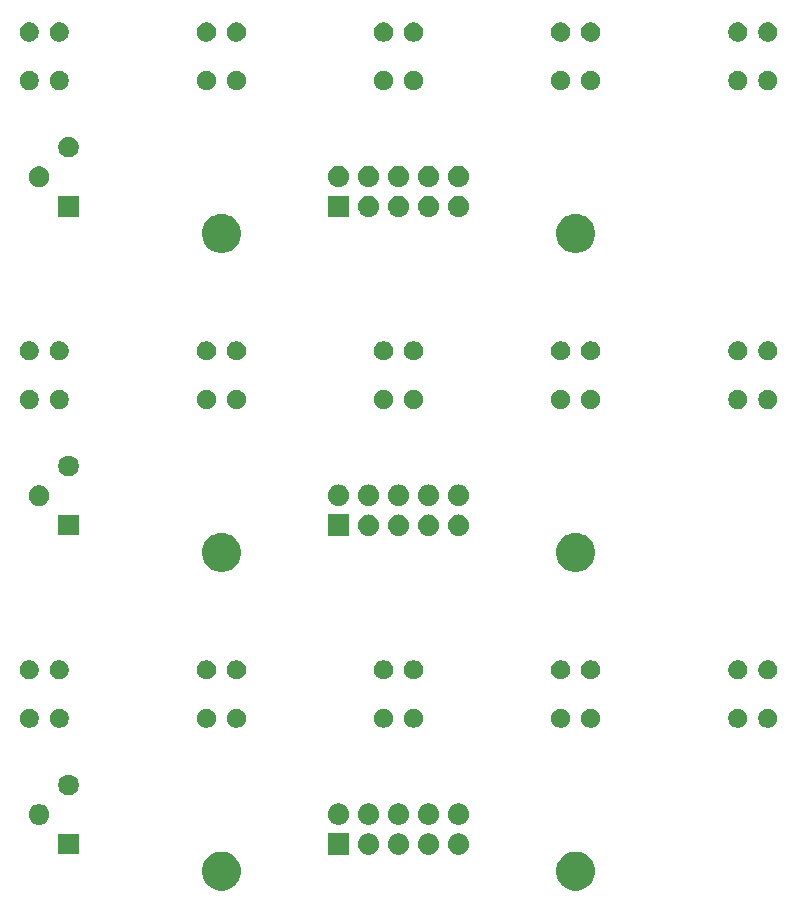
<source format=gbr>
G04 #@! TF.GenerationSoftware,KiCad,Pcbnew,(5.0.2)-1*
G04 #@! TF.CreationDate,2019-08-20T01:58:35+09:00*
G04 #@! TF.ProjectId,robocar-sensorbar-fab,726f626f-6361-4722-9d73-656e736f7262,rev?*
G04 #@! TF.SameCoordinates,Original*
G04 #@! TF.FileFunction,Soldermask,Bot*
G04 #@! TF.FilePolarity,Negative*
%FSLAX46Y46*%
G04 Gerber Fmt 4.6, Leading zero omitted, Abs format (unit mm)*
G04 Created by KiCad (PCBNEW (5.0.2)-1) date 2019/08/20 1:58:35*
%MOMM*%
%LPD*%
G01*
G04 APERTURE LIST*
%ADD10C,0.100000*%
G04 APERTURE END LIST*
D10*
G36*
X163375256Y-133391298D02*
X163481579Y-133412447D01*
X163694037Y-133500450D01*
X163780932Y-133536443D01*
X163782042Y-133536903D01*
X164048852Y-133715180D01*
X164052454Y-133717587D01*
X164282413Y-133947546D01*
X164463098Y-134217960D01*
X164587553Y-134518422D01*
X164651000Y-134837389D01*
X164651000Y-135162611D01*
X164587553Y-135481578D01*
X164463098Y-135782040D01*
X164282413Y-136052454D01*
X164052454Y-136282413D01*
X164052451Y-136282415D01*
X163782042Y-136463097D01*
X163481579Y-136587553D01*
X163375256Y-136608702D01*
X163162611Y-136651000D01*
X162837389Y-136651000D01*
X162624744Y-136608702D01*
X162518421Y-136587553D01*
X162217958Y-136463097D01*
X161947549Y-136282415D01*
X161947546Y-136282413D01*
X161717587Y-136052454D01*
X161536902Y-135782040D01*
X161412447Y-135481578D01*
X161349000Y-135162611D01*
X161349000Y-134837389D01*
X161412447Y-134518422D01*
X161536902Y-134217960D01*
X161717587Y-133947546D01*
X161947546Y-133717587D01*
X161951148Y-133715180D01*
X162217958Y-133536903D01*
X162219069Y-133536443D01*
X162305963Y-133500450D01*
X162518421Y-133412447D01*
X162624744Y-133391298D01*
X162837389Y-133349000D01*
X163162611Y-133349000D01*
X163375256Y-133391298D01*
X163375256Y-133391298D01*
G37*
G36*
X133375256Y-133391298D02*
X133481579Y-133412447D01*
X133694037Y-133500450D01*
X133780932Y-133536443D01*
X133782042Y-133536903D01*
X134048852Y-133715180D01*
X134052454Y-133717587D01*
X134282413Y-133947546D01*
X134463098Y-134217960D01*
X134587553Y-134518422D01*
X134651000Y-134837389D01*
X134651000Y-135162611D01*
X134587553Y-135481578D01*
X134463098Y-135782040D01*
X134282413Y-136052454D01*
X134052454Y-136282413D01*
X134052451Y-136282415D01*
X133782042Y-136463097D01*
X133481579Y-136587553D01*
X133375256Y-136608702D01*
X133162611Y-136651000D01*
X132837389Y-136651000D01*
X132624744Y-136608702D01*
X132518421Y-136587553D01*
X132217958Y-136463097D01*
X131947549Y-136282415D01*
X131947546Y-136282413D01*
X131717587Y-136052454D01*
X131536902Y-135782040D01*
X131412447Y-135481578D01*
X131349000Y-135162611D01*
X131349000Y-134837389D01*
X131412447Y-134518422D01*
X131536902Y-134217960D01*
X131717587Y-133947546D01*
X131947546Y-133717587D01*
X131951148Y-133715180D01*
X132217958Y-133536903D01*
X132219069Y-133536443D01*
X132305963Y-133500450D01*
X132518421Y-133412447D01*
X132624744Y-133391298D01*
X132837389Y-133349000D01*
X133162611Y-133349000D01*
X133375256Y-133391298D01*
X133375256Y-133391298D01*
G37*
G36*
X145570443Y-131805519D02*
X145636627Y-131812037D01*
X145749853Y-131846384D01*
X145806467Y-131863557D01*
X145945087Y-131937652D01*
X145962991Y-131947222D01*
X145998729Y-131976552D01*
X146100186Y-132059814D01*
X146183448Y-132161271D01*
X146212778Y-132197009D01*
X146212779Y-132197011D01*
X146296443Y-132353533D01*
X146296443Y-132353534D01*
X146347963Y-132523373D01*
X146365359Y-132700000D01*
X146347963Y-132876627D01*
X146313616Y-132989853D01*
X146296443Y-133046467D01*
X146222348Y-133185087D01*
X146212778Y-133202991D01*
X146183448Y-133238729D01*
X146100186Y-133340186D01*
X146012134Y-133412447D01*
X145962991Y-133452778D01*
X145962989Y-133452779D01*
X145806467Y-133536443D01*
X145749853Y-133553616D01*
X145636627Y-133587963D01*
X145570443Y-133594481D01*
X145504260Y-133601000D01*
X145415740Y-133601000D01*
X145349557Y-133594481D01*
X145283373Y-133587963D01*
X145170147Y-133553616D01*
X145113533Y-133536443D01*
X144957011Y-133452779D01*
X144957009Y-133452778D01*
X144907866Y-133412447D01*
X144819814Y-133340186D01*
X144736552Y-133238729D01*
X144707222Y-133202991D01*
X144697652Y-133185087D01*
X144623557Y-133046467D01*
X144606384Y-132989853D01*
X144572037Y-132876627D01*
X144554641Y-132700000D01*
X144572037Y-132523373D01*
X144623557Y-132353534D01*
X144623557Y-132353533D01*
X144707221Y-132197011D01*
X144707222Y-132197009D01*
X144736552Y-132161271D01*
X144819814Y-132059814D01*
X144921271Y-131976552D01*
X144957009Y-131947222D01*
X144974913Y-131937652D01*
X145113533Y-131863557D01*
X145170147Y-131846384D01*
X145283373Y-131812037D01*
X145349557Y-131805519D01*
X145415740Y-131799000D01*
X145504260Y-131799000D01*
X145570443Y-131805519D01*
X145570443Y-131805519D01*
G37*
G36*
X150650443Y-131805519D02*
X150716627Y-131812037D01*
X150829853Y-131846384D01*
X150886467Y-131863557D01*
X151025087Y-131937652D01*
X151042991Y-131947222D01*
X151078729Y-131976552D01*
X151180186Y-132059814D01*
X151263448Y-132161271D01*
X151292778Y-132197009D01*
X151292779Y-132197011D01*
X151376443Y-132353533D01*
X151376443Y-132353534D01*
X151427963Y-132523373D01*
X151445359Y-132700000D01*
X151427963Y-132876627D01*
X151393616Y-132989853D01*
X151376443Y-133046467D01*
X151302348Y-133185087D01*
X151292778Y-133202991D01*
X151263448Y-133238729D01*
X151180186Y-133340186D01*
X151092134Y-133412447D01*
X151042991Y-133452778D01*
X151042989Y-133452779D01*
X150886467Y-133536443D01*
X150829853Y-133553616D01*
X150716627Y-133587963D01*
X150650443Y-133594481D01*
X150584260Y-133601000D01*
X150495740Y-133601000D01*
X150429557Y-133594481D01*
X150363373Y-133587963D01*
X150250147Y-133553616D01*
X150193533Y-133536443D01*
X150037011Y-133452779D01*
X150037009Y-133452778D01*
X149987866Y-133412447D01*
X149899814Y-133340186D01*
X149816552Y-133238729D01*
X149787222Y-133202991D01*
X149777652Y-133185087D01*
X149703557Y-133046467D01*
X149686384Y-132989853D01*
X149652037Y-132876627D01*
X149634641Y-132700000D01*
X149652037Y-132523373D01*
X149703557Y-132353534D01*
X149703557Y-132353533D01*
X149787221Y-132197011D01*
X149787222Y-132197009D01*
X149816552Y-132161271D01*
X149899814Y-132059814D01*
X150001271Y-131976552D01*
X150037009Y-131947222D01*
X150054913Y-131937652D01*
X150193533Y-131863557D01*
X150250147Y-131846384D01*
X150363373Y-131812037D01*
X150429557Y-131805519D01*
X150495740Y-131799000D01*
X150584260Y-131799000D01*
X150650443Y-131805519D01*
X150650443Y-131805519D01*
G37*
G36*
X153190443Y-131805519D02*
X153256627Y-131812037D01*
X153369853Y-131846384D01*
X153426467Y-131863557D01*
X153565087Y-131937652D01*
X153582991Y-131947222D01*
X153618729Y-131976552D01*
X153720186Y-132059814D01*
X153803448Y-132161271D01*
X153832778Y-132197009D01*
X153832779Y-132197011D01*
X153916443Y-132353533D01*
X153916443Y-132353534D01*
X153967963Y-132523373D01*
X153985359Y-132700000D01*
X153967963Y-132876627D01*
X153933616Y-132989853D01*
X153916443Y-133046467D01*
X153842348Y-133185087D01*
X153832778Y-133202991D01*
X153803448Y-133238729D01*
X153720186Y-133340186D01*
X153632134Y-133412447D01*
X153582991Y-133452778D01*
X153582989Y-133452779D01*
X153426467Y-133536443D01*
X153369853Y-133553616D01*
X153256627Y-133587963D01*
X153190443Y-133594481D01*
X153124260Y-133601000D01*
X153035740Y-133601000D01*
X152969557Y-133594481D01*
X152903373Y-133587963D01*
X152790147Y-133553616D01*
X152733533Y-133536443D01*
X152577011Y-133452779D01*
X152577009Y-133452778D01*
X152527866Y-133412447D01*
X152439814Y-133340186D01*
X152356552Y-133238729D01*
X152327222Y-133202991D01*
X152317652Y-133185087D01*
X152243557Y-133046467D01*
X152226384Y-132989853D01*
X152192037Y-132876627D01*
X152174641Y-132700000D01*
X152192037Y-132523373D01*
X152243557Y-132353534D01*
X152243557Y-132353533D01*
X152327221Y-132197011D01*
X152327222Y-132197009D01*
X152356552Y-132161271D01*
X152439814Y-132059814D01*
X152541271Y-131976552D01*
X152577009Y-131947222D01*
X152594913Y-131937652D01*
X152733533Y-131863557D01*
X152790147Y-131846384D01*
X152903373Y-131812037D01*
X152969557Y-131805519D01*
X153035740Y-131799000D01*
X153124260Y-131799000D01*
X153190443Y-131805519D01*
X153190443Y-131805519D01*
G37*
G36*
X148110443Y-131805519D02*
X148176627Y-131812037D01*
X148289853Y-131846384D01*
X148346467Y-131863557D01*
X148485087Y-131937652D01*
X148502991Y-131947222D01*
X148538729Y-131976552D01*
X148640186Y-132059814D01*
X148723448Y-132161271D01*
X148752778Y-132197009D01*
X148752779Y-132197011D01*
X148836443Y-132353533D01*
X148836443Y-132353534D01*
X148887963Y-132523373D01*
X148905359Y-132700000D01*
X148887963Y-132876627D01*
X148853616Y-132989853D01*
X148836443Y-133046467D01*
X148762348Y-133185087D01*
X148752778Y-133202991D01*
X148723448Y-133238729D01*
X148640186Y-133340186D01*
X148552134Y-133412447D01*
X148502991Y-133452778D01*
X148502989Y-133452779D01*
X148346467Y-133536443D01*
X148289853Y-133553616D01*
X148176627Y-133587963D01*
X148110443Y-133594481D01*
X148044260Y-133601000D01*
X147955740Y-133601000D01*
X147889557Y-133594481D01*
X147823373Y-133587963D01*
X147710147Y-133553616D01*
X147653533Y-133536443D01*
X147497011Y-133452779D01*
X147497009Y-133452778D01*
X147447866Y-133412447D01*
X147359814Y-133340186D01*
X147276552Y-133238729D01*
X147247222Y-133202991D01*
X147237652Y-133185087D01*
X147163557Y-133046467D01*
X147146384Y-132989853D01*
X147112037Y-132876627D01*
X147094641Y-132700000D01*
X147112037Y-132523373D01*
X147163557Y-132353534D01*
X147163557Y-132353533D01*
X147247221Y-132197011D01*
X147247222Y-132197009D01*
X147276552Y-132161271D01*
X147359814Y-132059814D01*
X147461271Y-131976552D01*
X147497009Y-131947222D01*
X147514913Y-131937652D01*
X147653533Y-131863557D01*
X147710147Y-131846384D01*
X147823373Y-131812037D01*
X147889557Y-131805519D01*
X147955740Y-131799000D01*
X148044260Y-131799000D01*
X148110443Y-131805519D01*
X148110443Y-131805519D01*
G37*
G36*
X143821000Y-133601000D02*
X142019000Y-133601000D01*
X142019000Y-131799000D01*
X143821000Y-131799000D01*
X143821000Y-133601000D01*
X143821000Y-133601000D01*
G37*
G36*
X120936000Y-133576000D02*
X119184000Y-133576000D01*
X119184000Y-131824000D01*
X120936000Y-131824000D01*
X120936000Y-133576000D01*
X120936000Y-133576000D01*
G37*
G36*
X117688589Y-129332416D02*
X117815520Y-129357664D01*
X117974942Y-129423699D01*
X118118418Y-129519566D01*
X118240434Y-129641582D01*
X118336301Y-129785058D01*
X118402336Y-129944480D01*
X118436000Y-130113721D01*
X118436000Y-130286279D01*
X118402336Y-130455520D01*
X118336301Y-130614942D01*
X118240434Y-130758418D01*
X118118418Y-130880434D01*
X117974942Y-130976301D01*
X117815520Y-131042336D01*
X117721689Y-131061000D01*
X117646280Y-131076000D01*
X117473720Y-131076000D01*
X117398311Y-131061000D01*
X117304480Y-131042336D01*
X117145058Y-130976301D01*
X117001582Y-130880434D01*
X116879566Y-130758418D01*
X116783699Y-130614942D01*
X116717664Y-130455520D01*
X116684000Y-130286279D01*
X116684000Y-130113721D01*
X116717664Y-129944480D01*
X116783699Y-129785058D01*
X116879566Y-129641582D01*
X117001582Y-129519566D01*
X117145058Y-129423699D01*
X117304480Y-129357664D01*
X117431411Y-129332416D01*
X117473720Y-129324000D01*
X117646280Y-129324000D01*
X117688589Y-129332416D01*
X117688589Y-129332416D01*
G37*
G36*
X148110442Y-129265518D02*
X148176627Y-129272037D01*
X148289853Y-129306384D01*
X148346467Y-129323557D01*
X148485087Y-129397652D01*
X148502991Y-129407222D01*
X148523068Y-129423699D01*
X148640186Y-129519814D01*
X148723448Y-129621271D01*
X148752778Y-129657009D01*
X148752779Y-129657011D01*
X148836443Y-129813533D01*
X148836443Y-129813534D01*
X148887963Y-129983373D01*
X148905359Y-130160000D01*
X148887963Y-130336627D01*
X148853616Y-130449853D01*
X148836443Y-130506467D01*
X148778461Y-130614942D01*
X148752778Y-130662991D01*
X148723448Y-130698729D01*
X148640186Y-130800186D01*
X148542406Y-130880431D01*
X148502991Y-130912778D01*
X148502989Y-130912779D01*
X148346467Y-130996443D01*
X148289853Y-131013616D01*
X148176627Y-131047963D01*
X148110442Y-131054482D01*
X148044260Y-131061000D01*
X147955740Y-131061000D01*
X147889558Y-131054482D01*
X147823373Y-131047963D01*
X147710147Y-131013616D01*
X147653533Y-130996443D01*
X147497011Y-130912779D01*
X147497009Y-130912778D01*
X147457594Y-130880431D01*
X147359814Y-130800186D01*
X147276552Y-130698729D01*
X147247222Y-130662991D01*
X147221539Y-130614942D01*
X147163557Y-130506467D01*
X147146384Y-130449853D01*
X147112037Y-130336627D01*
X147094641Y-130160000D01*
X147112037Y-129983373D01*
X147163557Y-129813534D01*
X147163557Y-129813533D01*
X147247221Y-129657011D01*
X147247222Y-129657009D01*
X147276552Y-129621271D01*
X147359814Y-129519814D01*
X147476932Y-129423699D01*
X147497009Y-129407222D01*
X147514913Y-129397652D01*
X147653533Y-129323557D01*
X147710147Y-129306384D01*
X147823373Y-129272037D01*
X147889558Y-129265518D01*
X147955740Y-129259000D01*
X148044260Y-129259000D01*
X148110442Y-129265518D01*
X148110442Y-129265518D01*
G37*
G36*
X145570442Y-129265518D02*
X145636627Y-129272037D01*
X145749853Y-129306384D01*
X145806467Y-129323557D01*
X145945087Y-129397652D01*
X145962991Y-129407222D01*
X145983068Y-129423699D01*
X146100186Y-129519814D01*
X146183448Y-129621271D01*
X146212778Y-129657009D01*
X146212779Y-129657011D01*
X146296443Y-129813533D01*
X146296443Y-129813534D01*
X146347963Y-129983373D01*
X146365359Y-130160000D01*
X146347963Y-130336627D01*
X146313616Y-130449853D01*
X146296443Y-130506467D01*
X146238461Y-130614942D01*
X146212778Y-130662991D01*
X146183448Y-130698729D01*
X146100186Y-130800186D01*
X146002406Y-130880431D01*
X145962991Y-130912778D01*
X145962989Y-130912779D01*
X145806467Y-130996443D01*
X145749853Y-131013616D01*
X145636627Y-131047963D01*
X145570442Y-131054482D01*
X145504260Y-131061000D01*
X145415740Y-131061000D01*
X145349558Y-131054482D01*
X145283373Y-131047963D01*
X145170147Y-131013616D01*
X145113533Y-130996443D01*
X144957011Y-130912779D01*
X144957009Y-130912778D01*
X144917594Y-130880431D01*
X144819814Y-130800186D01*
X144736552Y-130698729D01*
X144707222Y-130662991D01*
X144681539Y-130614942D01*
X144623557Y-130506467D01*
X144606384Y-130449853D01*
X144572037Y-130336627D01*
X144554641Y-130160000D01*
X144572037Y-129983373D01*
X144623557Y-129813534D01*
X144623557Y-129813533D01*
X144707221Y-129657011D01*
X144707222Y-129657009D01*
X144736552Y-129621271D01*
X144819814Y-129519814D01*
X144936932Y-129423699D01*
X144957009Y-129407222D01*
X144974913Y-129397652D01*
X145113533Y-129323557D01*
X145170147Y-129306384D01*
X145283373Y-129272037D01*
X145349558Y-129265518D01*
X145415740Y-129259000D01*
X145504260Y-129259000D01*
X145570442Y-129265518D01*
X145570442Y-129265518D01*
G37*
G36*
X153190442Y-129265518D02*
X153256627Y-129272037D01*
X153369853Y-129306384D01*
X153426467Y-129323557D01*
X153565087Y-129397652D01*
X153582991Y-129407222D01*
X153603068Y-129423699D01*
X153720186Y-129519814D01*
X153803448Y-129621271D01*
X153832778Y-129657009D01*
X153832779Y-129657011D01*
X153916443Y-129813533D01*
X153916443Y-129813534D01*
X153967963Y-129983373D01*
X153985359Y-130160000D01*
X153967963Y-130336627D01*
X153933616Y-130449853D01*
X153916443Y-130506467D01*
X153858461Y-130614942D01*
X153832778Y-130662991D01*
X153803448Y-130698729D01*
X153720186Y-130800186D01*
X153622406Y-130880431D01*
X153582991Y-130912778D01*
X153582989Y-130912779D01*
X153426467Y-130996443D01*
X153369853Y-131013616D01*
X153256627Y-131047963D01*
X153190442Y-131054482D01*
X153124260Y-131061000D01*
X153035740Y-131061000D01*
X152969558Y-131054482D01*
X152903373Y-131047963D01*
X152790147Y-131013616D01*
X152733533Y-130996443D01*
X152577011Y-130912779D01*
X152577009Y-130912778D01*
X152537594Y-130880431D01*
X152439814Y-130800186D01*
X152356552Y-130698729D01*
X152327222Y-130662991D01*
X152301539Y-130614942D01*
X152243557Y-130506467D01*
X152226384Y-130449853D01*
X152192037Y-130336627D01*
X152174641Y-130160000D01*
X152192037Y-129983373D01*
X152243557Y-129813534D01*
X152243557Y-129813533D01*
X152327221Y-129657011D01*
X152327222Y-129657009D01*
X152356552Y-129621271D01*
X152439814Y-129519814D01*
X152556932Y-129423699D01*
X152577009Y-129407222D01*
X152594913Y-129397652D01*
X152733533Y-129323557D01*
X152790147Y-129306384D01*
X152903373Y-129272037D01*
X152969558Y-129265518D01*
X153035740Y-129259000D01*
X153124260Y-129259000D01*
X153190442Y-129265518D01*
X153190442Y-129265518D01*
G37*
G36*
X150650442Y-129265518D02*
X150716627Y-129272037D01*
X150829853Y-129306384D01*
X150886467Y-129323557D01*
X151025087Y-129397652D01*
X151042991Y-129407222D01*
X151063068Y-129423699D01*
X151180186Y-129519814D01*
X151263448Y-129621271D01*
X151292778Y-129657009D01*
X151292779Y-129657011D01*
X151376443Y-129813533D01*
X151376443Y-129813534D01*
X151427963Y-129983373D01*
X151445359Y-130160000D01*
X151427963Y-130336627D01*
X151393616Y-130449853D01*
X151376443Y-130506467D01*
X151318461Y-130614942D01*
X151292778Y-130662991D01*
X151263448Y-130698729D01*
X151180186Y-130800186D01*
X151082406Y-130880431D01*
X151042991Y-130912778D01*
X151042989Y-130912779D01*
X150886467Y-130996443D01*
X150829853Y-131013616D01*
X150716627Y-131047963D01*
X150650442Y-131054482D01*
X150584260Y-131061000D01*
X150495740Y-131061000D01*
X150429558Y-131054482D01*
X150363373Y-131047963D01*
X150250147Y-131013616D01*
X150193533Y-130996443D01*
X150037011Y-130912779D01*
X150037009Y-130912778D01*
X149997594Y-130880431D01*
X149899814Y-130800186D01*
X149816552Y-130698729D01*
X149787222Y-130662991D01*
X149761539Y-130614942D01*
X149703557Y-130506467D01*
X149686384Y-130449853D01*
X149652037Y-130336627D01*
X149634641Y-130160000D01*
X149652037Y-129983373D01*
X149703557Y-129813534D01*
X149703557Y-129813533D01*
X149787221Y-129657011D01*
X149787222Y-129657009D01*
X149816552Y-129621271D01*
X149899814Y-129519814D01*
X150016932Y-129423699D01*
X150037009Y-129407222D01*
X150054913Y-129397652D01*
X150193533Y-129323557D01*
X150250147Y-129306384D01*
X150363373Y-129272037D01*
X150429558Y-129265518D01*
X150495740Y-129259000D01*
X150584260Y-129259000D01*
X150650442Y-129265518D01*
X150650442Y-129265518D01*
G37*
G36*
X143030442Y-129265518D02*
X143096627Y-129272037D01*
X143209853Y-129306384D01*
X143266467Y-129323557D01*
X143405087Y-129397652D01*
X143422991Y-129407222D01*
X143443068Y-129423699D01*
X143560186Y-129519814D01*
X143643448Y-129621271D01*
X143672778Y-129657009D01*
X143672779Y-129657011D01*
X143756443Y-129813533D01*
X143756443Y-129813534D01*
X143807963Y-129983373D01*
X143825359Y-130160000D01*
X143807963Y-130336627D01*
X143773616Y-130449853D01*
X143756443Y-130506467D01*
X143698461Y-130614942D01*
X143672778Y-130662991D01*
X143643448Y-130698729D01*
X143560186Y-130800186D01*
X143462406Y-130880431D01*
X143422991Y-130912778D01*
X143422989Y-130912779D01*
X143266467Y-130996443D01*
X143209853Y-131013616D01*
X143096627Y-131047963D01*
X143030442Y-131054482D01*
X142964260Y-131061000D01*
X142875740Y-131061000D01*
X142809558Y-131054482D01*
X142743373Y-131047963D01*
X142630147Y-131013616D01*
X142573533Y-130996443D01*
X142417011Y-130912779D01*
X142417009Y-130912778D01*
X142377594Y-130880431D01*
X142279814Y-130800186D01*
X142196552Y-130698729D01*
X142167222Y-130662991D01*
X142141539Y-130614942D01*
X142083557Y-130506467D01*
X142066384Y-130449853D01*
X142032037Y-130336627D01*
X142014641Y-130160000D01*
X142032037Y-129983373D01*
X142083557Y-129813534D01*
X142083557Y-129813533D01*
X142167221Y-129657011D01*
X142167222Y-129657009D01*
X142196552Y-129621271D01*
X142279814Y-129519814D01*
X142396932Y-129423699D01*
X142417009Y-129407222D01*
X142434913Y-129397652D01*
X142573533Y-129323557D01*
X142630147Y-129306384D01*
X142743373Y-129272037D01*
X142809558Y-129265518D01*
X142875740Y-129259000D01*
X142964260Y-129259000D01*
X143030442Y-129265518D01*
X143030442Y-129265518D01*
G37*
G36*
X120188589Y-126832416D02*
X120315520Y-126857664D01*
X120474942Y-126923699D01*
X120618418Y-127019566D01*
X120740434Y-127141582D01*
X120836301Y-127285058D01*
X120902336Y-127444480D01*
X120936000Y-127613721D01*
X120936000Y-127786279D01*
X120902336Y-127955520D01*
X120836301Y-128114942D01*
X120740434Y-128258418D01*
X120618418Y-128380434D01*
X120474942Y-128476301D01*
X120315520Y-128542336D01*
X120188589Y-128567584D01*
X120146280Y-128576000D01*
X119973720Y-128576000D01*
X119931411Y-128567584D01*
X119804480Y-128542336D01*
X119645058Y-128476301D01*
X119501582Y-128380434D01*
X119379566Y-128258418D01*
X119283699Y-128114942D01*
X119217664Y-127955520D01*
X119184000Y-127786279D01*
X119184000Y-127613721D01*
X119217664Y-127444480D01*
X119283699Y-127285058D01*
X119379566Y-127141582D01*
X119501582Y-127019566D01*
X119645058Y-126923699D01*
X119804480Y-126857664D01*
X119931411Y-126832416D01*
X119973720Y-126824000D01*
X120146280Y-126824000D01*
X120188589Y-126832416D01*
X120188589Y-126832416D01*
G37*
G36*
X179507142Y-121268241D02*
X179655102Y-121329529D01*
X179788258Y-121418501D01*
X179901498Y-121531741D01*
X179990470Y-121664897D01*
X180051758Y-121812857D01*
X180083000Y-121969924D01*
X180083000Y-122130074D01*
X180051758Y-122287141D01*
X179990470Y-122435101D01*
X179901498Y-122568257D01*
X179788258Y-122681497D01*
X179655102Y-122770469D01*
X179507142Y-122831757D01*
X179350075Y-122862999D01*
X179189925Y-122862999D01*
X179032858Y-122831757D01*
X178884898Y-122770469D01*
X178751742Y-122681497D01*
X178638502Y-122568257D01*
X178549530Y-122435101D01*
X178488242Y-122287141D01*
X178457000Y-122130074D01*
X178457000Y-121969924D01*
X178488242Y-121812857D01*
X178549530Y-121664897D01*
X178638502Y-121531741D01*
X178751742Y-121418501D01*
X178884898Y-121329529D01*
X179032858Y-121268241D01*
X179189925Y-121236999D01*
X179350075Y-121236999D01*
X179507142Y-121268241D01*
X179507142Y-121268241D01*
G37*
G36*
X176967142Y-121268241D02*
X177115102Y-121329529D01*
X177248258Y-121418501D01*
X177361498Y-121531741D01*
X177450470Y-121664897D01*
X177511758Y-121812857D01*
X177543000Y-121969924D01*
X177543000Y-122130074D01*
X177511758Y-122287141D01*
X177450470Y-122435101D01*
X177361498Y-122568257D01*
X177248258Y-122681497D01*
X177115102Y-122770469D01*
X176967142Y-122831757D01*
X176810075Y-122862999D01*
X176649925Y-122862999D01*
X176492858Y-122831757D01*
X176344898Y-122770469D01*
X176211742Y-122681497D01*
X176098502Y-122568257D01*
X176009530Y-122435101D01*
X175948242Y-122287141D01*
X175917000Y-122130074D01*
X175917000Y-121969924D01*
X175948242Y-121812857D01*
X176009530Y-121664897D01*
X176098502Y-121531741D01*
X176211742Y-121418501D01*
X176344898Y-121329529D01*
X176492858Y-121268241D01*
X176649925Y-121236999D01*
X176810075Y-121236999D01*
X176967142Y-121268241D01*
X176967142Y-121268241D01*
G37*
G36*
X164507142Y-121268241D02*
X164655102Y-121329529D01*
X164788258Y-121418501D01*
X164901498Y-121531741D01*
X164990470Y-121664897D01*
X165051758Y-121812857D01*
X165083000Y-121969924D01*
X165083000Y-122130074D01*
X165051758Y-122287141D01*
X164990470Y-122435101D01*
X164901498Y-122568257D01*
X164788258Y-122681497D01*
X164655102Y-122770469D01*
X164507142Y-122831757D01*
X164350075Y-122862999D01*
X164189925Y-122862999D01*
X164032858Y-122831757D01*
X163884898Y-122770469D01*
X163751742Y-122681497D01*
X163638502Y-122568257D01*
X163549530Y-122435101D01*
X163488242Y-122287141D01*
X163457000Y-122130074D01*
X163457000Y-121969924D01*
X163488242Y-121812857D01*
X163549530Y-121664897D01*
X163638502Y-121531741D01*
X163751742Y-121418501D01*
X163884898Y-121329529D01*
X164032858Y-121268241D01*
X164189925Y-121236999D01*
X164350075Y-121236999D01*
X164507142Y-121268241D01*
X164507142Y-121268241D01*
G37*
G36*
X161967142Y-121268241D02*
X162115102Y-121329529D01*
X162248258Y-121418501D01*
X162361498Y-121531741D01*
X162450470Y-121664897D01*
X162511758Y-121812857D01*
X162543000Y-121969924D01*
X162543000Y-122130074D01*
X162511758Y-122287141D01*
X162450470Y-122435101D01*
X162361498Y-122568257D01*
X162248258Y-122681497D01*
X162115102Y-122770469D01*
X161967142Y-122831757D01*
X161810075Y-122862999D01*
X161649925Y-122862999D01*
X161492858Y-122831757D01*
X161344898Y-122770469D01*
X161211742Y-122681497D01*
X161098502Y-122568257D01*
X161009530Y-122435101D01*
X160948242Y-122287141D01*
X160917000Y-122130074D01*
X160917000Y-121969924D01*
X160948242Y-121812857D01*
X161009530Y-121664897D01*
X161098502Y-121531741D01*
X161211742Y-121418501D01*
X161344898Y-121329529D01*
X161492858Y-121268241D01*
X161649925Y-121236999D01*
X161810075Y-121236999D01*
X161967142Y-121268241D01*
X161967142Y-121268241D01*
G37*
G36*
X149507142Y-121268241D02*
X149655102Y-121329529D01*
X149788258Y-121418501D01*
X149901498Y-121531741D01*
X149990470Y-121664897D01*
X150051758Y-121812857D01*
X150083000Y-121969924D01*
X150083000Y-122130074D01*
X150051758Y-122287141D01*
X149990470Y-122435101D01*
X149901498Y-122568257D01*
X149788258Y-122681497D01*
X149655102Y-122770469D01*
X149507142Y-122831757D01*
X149350075Y-122862999D01*
X149189925Y-122862999D01*
X149032858Y-122831757D01*
X148884898Y-122770469D01*
X148751742Y-122681497D01*
X148638502Y-122568257D01*
X148549530Y-122435101D01*
X148488242Y-122287141D01*
X148457000Y-122130074D01*
X148457000Y-121969924D01*
X148488242Y-121812857D01*
X148549530Y-121664897D01*
X148638502Y-121531741D01*
X148751742Y-121418501D01*
X148884898Y-121329529D01*
X149032858Y-121268241D01*
X149189925Y-121236999D01*
X149350075Y-121236999D01*
X149507142Y-121268241D01*
X149507142Y-121268241D01*
G37*
G36*
X146967142Y-121268241D02*
X147115102Y-121329529D01*
X147248258Y-121418501D01*
X147361498Y-121531741D01*
X147450470Y-121664897D01*
X147511758Y-121812857D01*
X147543000Y-121969924D01*
X147543000Y-122130074D01*
X147511758Y-122287141D01*
X147450470Y-122435101D01*
X147361498Y-122568257D01*
X147248258Y-122681497D01*
X147115102Y-122770469D01*
X146967142Y-122831757D01*
X146810075Y-122862999D01*
X146649925Y-122862999D01*
X146492858Y-122831757D01*
X146344898Y-122770469D01*
X146211742Y-122681497D01*
X146098502Y-122568257D01*
X146009530Y-122435101D01*
X145948242Y-122287141D01*
X145917000Y-122130074D01*
X145917000Y-121969924D01*
X145948242Y-121812857D01*
X146009530Y-121664897D01*
X146098502Y-121531741D01*
X146211742Y-121418501D01*
X146344898Y-121329529D01*
X146492858Y-121268241D01*
X146649925Y-121236999D01*
X146810075Y-121236999D01*
X146967142Y-121268241D01*
X146967142Y-121268241D01*
G37*
G36*
X119507142Y-121268241D02*
X119655102Y-121329529D01*
X119788258Y-121418501D01*
X119901498Y-121531741D01*
X119990470Y-121664897D01*
X120051758Y-121812857D01*
X120083000Y-121969924D01*
X120083000Y-122130074D01*
X120051758Y-122287141D01*
X119990470Y-122435101D01*
X119901498Y-122568257D01*
X119788258Y-122681497D01*
X119655102Y-122770469D01*
X119507142Y-122831757D01*
X119350075Y-122862999D01*
X119189925Y-122862999D01*
X119032858Y-122831757D01*
X118884898Y-122770469D01*
X118751742Y-122681497D01*
X118638502Y-122568257D01*
X118549530Y-122435101D01*
X118488242Y-122287141D01*
X118457000Y-122130074D01*
X118457000Y-121969924D01*
X118488242Y-121812857D01*
X118549530Y-121664897D01*
X118638502Y-121531741D01*
X118751742Y-121418501D01*
X118884898Y-121329529D01*
X119032858Y-121268241D01*
X119189925Y-121236999D01*
X119350075Y-121236999D01*
X119507142Y-121268241D01*
X119507142Y-121268241D01*
G37*
G36*
X116967142Y-121268241D02*
X117115102Y-121329529D01*
X117248258Y-121418501D01*
X117361498Y-121531741D01*
X117450470Y-121664897D01*
X117511758Y-121812857D01*
X117543000Y-121969924D01*
X117543000Y-122130074D01*
X117511758Y-122287141D01*
X117450470Y-122435101D01*
X117361498Y-122568257D01*
X117248258Y-122681497D01*
X117115102Y-122770469D01*
X116967142Y-122831757D01*
X116810075Y-122862999D01*
X116649925Y-122862999D01*
X116492858Y-122831757D01*
X116344898Y-122770469D01*
X116211742Y-122681497D01*
X116098502Y-122568257D01*
X116009530Y-122435101D01*
X115948242Y-122287141D01*
X115917000Y-122130074D01*
X115917000Y-121969924D01*
X115948242Y-121812857D01*
X116009530Y-121664897D01*
X116098502Y-121531741D01*
X116211742Y-121418501D01*
X116344898Y-121329529D01*
X116492858Y-121268241D01*
X116649925Y-121236999D01*
X116810075Y-121236999D01*
X116967142Y-121268241D01*
X116967142Y-121268241D01*
G37*
G36*
X131967142Y-121268241D02*
X132115102Y-121329529D01*
X132248258Y-121418501D01*
X132361498Y-121531741D01*
X132450470Y-121664897D01*
X132511758Y-121812857D01*
X132543000Y-121969924D01*
X132543000Y-122130074D01*
X132511758Y-122287141D01*
X132450470Y-122435101D01*
X132361498Y-122568257D01*
X132248258Y-122681497D01*
X132115102Y-122770469D01*
X131967142Y-122831757D01*
X131810075Y-122862999D01*
X131649925Y-122862999D01*
X131492858Y-122831757D01*
X131344898Y-122770469D01*
X131211742Y-122681497D01*
X131098502Y-122568257D01*
X131009530Y-122435101D01*
X130948242Y-122287141D01*
X130917000Y-122130074D01*
X130917000Y-121969924D01*
X130948242Y-121812857D01*
X131009530Y-121664897D01*
X131098502Y-121531741D01*
X131211742Y-121418501D01*
X131344898Y-121329529D01*
X131492858Y-121268241D01*
X131649925Y-121236999D01*
X131810075Y-121236999D01*
X131967142Y-121268241D01*
X131967142Y-121268241D01*
G37*
G36*
X134507142Y-121268241D02*
X134655102Y-121329529D01*
X134788258Y-121418501D01*
X134901498Y-121531741D01*
X134990470Y-121664897D01*
X135051758Y-121812857D01*
X135083000Y-121969924D01*
X135083000Y-122130074D01*
X135051758Y-122287141D01*
X134990470Y-122435101D01*
X134901498Y-122568257D01*
X134788258Y-122681497D01*
X134655102Y-122770469D01*
X134507142Y-122831757D01*
X134350075Y-122862999D01*
X134189925Y-122862999D01*
X134032858Y-122831757D01*
X133884898Y-122770469D01*
X133751742Y-122681497D01*
X133638502Y-122568257D01*
X133549530Y-122435101D01*
X133488242Y-122287141D01*
X133457000Y-122130074D01*
X133457000Y-121969924D01*
X133488242Y-121812857D01*
X133549530Y-121664897D01*
X133638502Y-121531741D01*
X133751742Y-121418501D01*
X133884898Y-121329529D01*
X134032858Y-121268241D01*
X134189925Y-121236999D01*
X134350075Y-121236999D01*
X134507142Y-121268241D01*
X134507142Y-121268241D01*
G37*
G36*
X134507142Y-117168242D02*
X134655102Y-117229530D01*
X134788258Y-117318502D01*
X134901498Y-117431742D01*
X134990470Y-117564898D01*
X135051758Y-117712858D01*
X135083000Y-117869925D01*
X135083000Y-118030075D01*
X135051758Y-118187142D01*
X134990470Y-118335102D01*
X134901498Y-118468258D01*
X134788258Y-118581498D01*
X134655102Y-118670470D01*
X134507142Y-118731758D01*
X134350075Y-118763000D01*
X134189925Y-118763000D01*
X134032858Y-118731758D01*
X133884898Y-118670470D01*
X133751742Y-118581498D01*
X133638502Y-118468258D01*
X133549530Y-118335102D01*
X133488242Y-118187142D01*
X133457000Y-118030075D01*
X133457000Y-117869925D01*
X133488242Y-117712858D01*
X133549530Y-117564898D01*
X133638502Y-117431742D01*
X133751742Y-117318502D01*
X133884898Y-117229530D01*
X134032858Y-117168242D01*
X134189925Y-117137000D01*
X134350075Y-117137000D01*
X134507142Y-117168242D01*
X134507142Y-117168242D01*
G37*
G36*
X179507142Y-117168242D02*
X179655102Y-117229530D01*
X179788258Y-117318502D01*
X179901498Y-117431742D01*
X179990470Y-117564898D01*
X180051758Y-117712858D01*
X180083000Y-117869925D01*
X180083000Y-118030075D01*
X180051758Y-118187142D01*
X179990470Y-118335102D01*
X179901498Y-118468258D01*
X179788258Y-118581498D01*
X179655102Y-118670470D01*
X179507142Y-118731758D01*
X179350075Y-118763000D01*
X179189925Y-118763000D01*
X179032858Y-118731758D01*
X178884898Y-118670470D01*
X178751742Y-118581498D01*
X178638502Y-118468258D01*
X178549530Y-118335102D01*
X178488242Y-118187142D01*
X178457000Y-118030075D01*
X178457000Y-117869925D01*
X178488242Y-117712858D01*
X178549530Y-117564898D01*
X178638502Y-117431742D01*
X178751742Y-117318502D01*
X178884898Y-117229530D01*
X179032858Y-117168242D01*
X179189925Y-117137000D01*
X179350075Y-117137000D01*
X179507142Y-117168242D01*
X179507142Y-117168242D01*
G37*
G36*
X176967142Y-117168242D02*
X177115102Y-117229530D01*
X177248258Y-117318502D01*
X177361498Y-117431742D01*
X177450470Y-117564898D01*
X177511758Y-117712858D01*
X177543000Y-117869925D01*
X177543000Y-118030075D01*
X177511758Y-118187142D01*
X177450470Y-118335102D01*
X177361498Y-118468258D01*
X177248258Y-118581498D01*
X177115102Y-118670470D01*
X176967142Y-118731758D01*
X176810075Y-118763000D01*
X176649925Y-118763000D01*
X176492858Y-118731758D01*
X176344898Y-118670470D01*
X176211742Y-118581498D01*
X176098502Y-118468258D01*
X176009530Y-118335102D01*
X175948242Y-118187142D01*
X175917000Y-118030075D01*
X175917000Y-117869925D01*
X175948242Y-117712858D01*
X176009530Y-117564898D01*
X176098502Y-117431742D01*
X176211742Y-117318502D01*
X176344898Y-117229530D01*
X176492858Y-117168242D01*
X176649925Y-117137000D01*
X176810075Y-117137000D01*
X176967142Y-117168242D01*
X176967142Y-117168242D01*
G37*
G36*
X149507142Y-117168242D02*
X149655102Y-117229530D01*
X149788258Y-117318502D01*
X149901498Y-117431742D01*
X149990470Y-117564898D01*
X150051758Y-117712858D01*
X150083000Y-117869925D01*
X150083000Y-118030075D01*
X150051758Y-118187142D01*
X149990470Y-118335102D01*
X149901498Y-118468258D01*
X149788258Y-118581498D01*
X149655102Y-118670470D01*
X149507142Y-118731758D01*
X149350075Y-118763000D01*
X149189925Y-118763000D01*
X149032858Y-118731758D01*
X148884898Y-118670470D01*
X148751742Y-118581498D01*
X148638502Y-118468258D01*
X148549530Y-118335102D01*
X148488242Y-118187142D01*
X148457000Y-118030075D01*
X148457000Y-117869925D01*
X148488242Y-117712858D01*
X148549530Y-117564898D01*
X148638502Y-117431742D01*
X148751742Y-117318502D01*
X148884898Y-117229530D01*
X149032858Y-117168242D01*
X149189925Y-117137000D01*
X149350075Y-117137000D01*
X149507142Y-117168242D01*
X149507142Y-117168242D01*
G37*
G36*
X146967142Y-117168242D02*
X147115102Y-117229530D01*
X147248258Y-117318502D01*
X147361498Y-117431742D01*
X147450470Y-117564898D01*
X147511758Y-117712858D01*
X147543000Y-117869925D01*
X147543000Y-118030075D01*
X147511758Y-118187142D01*
X147450470Y-118335102D01*
X147361498Y-118468258D01*
X147248258Y-118581498D01*
X147115102Y-118670470D01*
X146967142Y-118731758D01*
X146810075Y-118763000D01*
X146649925Y-118763000D01*
X146492858Y-118731758D01*
X146344898Y-118670470D01*
X146211742Y-118581498D01*
X146098502Y-118468258D01*
X146009530Y-118335102D01*
X145948242Y-118187142D01*
X145917000Y-118030075D01*
X145917000Y-117869925D01*
X145948242Y-117712858D01*
X146009530Y-117564898D01*
X146098502Y-117431742D01*
X146211742Y-117318502D01*
X146344898Y-117229530D01*
X146492858Y-117168242D01*
X146649925Y-117137000D01*
X146810075Y-117137000D01*
X146967142Y-117168242D01*
X146967142Y-117168242D01*
G37*
G36*
X116967142Y-117168242D02*
X117115102Y-117229530D01*
X117248258Y-117318502D01*
X117361498Y-117431742D01*
X117450470Y-117564898D01*
X117511758Y-117712858D01*
X117543000Y-117869925D01*
X117543000Y-118030075D01*
X117511758Y-118187142D01*
X117450470Y-118335102D01*
X117361498Y-118468258D01*
X117248258Y-118581498D01*
X117115102Y-118670470D01*
X116967142Y-118731758D01*
X116810075Y-118763000D01*
X116649925Y-118763000D01*
X116492858Y-118731758D01*
X116344898Y-118670470D01*
X116211742Y-118581498D01*
X116098502Y-118468258D01*
X116009530Y-118335102D01*
X115948242Y-118187142D01*
X115917000Y-118030075D01*
X115917000Y-117869925D01*
X115948242Y-117712858D01*
X116009530Y-117564898D01*
X116098502Y-117431742D01*
X116211742Y-117318502D01*
X116344898Y-117229530D01*
X116492858Y-117168242D01*
X116649925Y-117137000D01*
X116810075Y-117137000D01*
X116967142Y-117168242D01*
X116967142Y-117168242D01*
G37*
G36*
X131967142Y-117168242D02*
X132115102Y-117229530D01*
X132248258Y-117318502D01*
X132361498Y-117431742D01*
X132450470Y-117564898D01*
X132511758Y-117712858D01*
X132543000Y-117869925D01*
X132543000Y-118030075D01*
X132511758Y-118187142D01*
X132450470Y-118335102D01*
X132361498Y-118468258D01*
X132248258Y-118581498D01*
X132115102Y-118670470D01*
X131967142Y-118731758D01*
X131810075Y-118763000D01*
X131649925Y-118763000D01*
X131492858Y-118731758D01*
X131344898Y-118670470D01*
X131211742Y-118581498D01*
X131098502Y-118468258D01*
X131009530Y-118335102D01*
X130948242Y-118187142D01*
X130917000Y-118030075D01*
X130917000Y-117869925D01*
X130948242Y-117712858D01*
X131009530Y-117564898D01*
X131098502Y-117431742D01*
X131211742Y-117318502D01*
X131344898Y-117229530D01*
X131492858Y-117168242D01*
X131649925Y-117137000D01*
X131810075Y-117137000D01*
X131967142Y-117168242D01*
X131967142Y-117168242D01*
G37*
G36*
X164507142Y-117168242D02*
X164655102Y-117229530D01*
X164788258Y-117318502D01*
X164901498Y-117431742D01*
X164990470Y-117564898D01*
X165051758Y-117712858D01*
X165083000Y-117869925D01*
X165083000Y-118030075D01*
X165051758Y-118187142D01*
X164990470Y-118335102D01*
X164901498Y-118468258D01*
X164788258Y-118581498D01*
X164655102Y-118670470D01*
X164507142Y-118731758D01*
X164350075Y-118763000D01*
X164189925Y-118763000D01*
X164032858Y-118731758D01*
X163884898Y-118670470D01*
X163751742Y-118581498D01*
X163638502Y-118468258D01*
X163549530Y-118335102D01*
X163488242Y-118187142D01*
X163457000Y-118030075D01*
X163457000Y-117869925D01*
X163488242Y-117712858D01*
X163549530Y-117564898D01*
X163638502Y-117431742D01*
X163751742Y-117318502D01*
X163884898Y-117229530D01*
X164032858Y-117168242D01*
X164189925Y-117137000D01*
X164350075Y-117137000D01*
X164507142Y-117168242D01*
X164507142Y-117168242D01*
G37*
G36*
X161967142Y-117168242D02*
X162115102Y-117229530D01*
X162248258Y-117318502D01*
X162361498Y-117431742D01*
X162450470Y-117564898D01*
X162511758Y-117712858D01*
X162543000Y-117869925D01*
X162543000Y-118030075D01*
X162511758Y-118187142D01*
X162450470Y-118335102D01*
X162361498Y-118468258D01*
X162248258Y-118581498D01*
X162115102Y-118670470D01*
X161967142Y-118731758D01*
X161810075Y-118763000D01*
X161649925Y-118763000D01*
X161492858Y-118731758D01*
X161344898Y-118670470D01*
X161211742Y-118581498D01*
X161098502Y-118468258D01*
X161009530Y-118335102D01*
X160948242Y-118187142D01*
X160917000Y-118030075D01*
X160917000Y-117869925D01*
X160948242Y-117712858D01*
X161009530Y-117564898D01*
X161098502Y-117431742D01*
X161211742Y-117318502D01*
X161344898Y-117229530D01*
X161492858Y-117168242D01*
X161649925Y-117137000D01*
X161810075Y-117137000D01*
X161967142Y-117168242D01*
X161967142Y-117168242D01*
G37*
G36*
X119507142Y-117168242D02*
X119655102Y-117229530D01*
X119788258Y-117318502D01*
X119901498Y-117431742D01*
X119990470Y-117564898D01*
X120051758Y-117712858D01*
X120083000Y-117869925D01*
X120083000Y-118030075D01*
X120051758Y-118187142D01*
X119990470Y-118335102D01*
X119901498Y-118468258D01*
X119788258Y-118581498D01*
X119655102Y-118670470D01*
X119507142Y-118731758D01*
X119350075Y-118763000D01*
X119189925Y-118763000D01*
X119032858Y-118731758D01*
X118884898Y-118670470D01*
X118751742Y-118581498D01*
X118638502Y-118468258D01*
X118549530Y-118335102D01*
X118488242Y-118187142D01*
X118457000Y-118030075D01*
X118457000Y-117869925D01*
X118488242Y-117712858D01*
X118549530Y-117564898D01*
X118638502Y-117431742D01*
X118751742Y-117318502D01*
X118884898Y-117229530D01*
X119032858Y-117168242D01*
X119189925Y-117137000D01*
X119350075Y-117137000D01*
X119507142Y-117168242D01*
X119507142Y-117168242D01*
G37*
G36*
X163375256Y-106391298D02*
X163481579Y-106412447D01*
X163694037Y-106500450D01*
X163780932Y-106536443D01*
X163782042Y-106536903D01*
X164048852Y-106715180D01*
X164052454Y-106717587D01*
X164282413Y-106947546D01*
X164463098Y-107217960D01*
X164587553Y-107518422D01*
X164651000Y-107837389D01*
X164651000Y-108162611D01*
X164587553Y-108481578D01*
X164463098Y-108782040D01*
X164282413Y-109052454D01*
X164052454Y-109282413D01*
X164052451Y-109282415D01*
X163782042Y-109463097D01*
X163481579Y-109587553D01*
X163375256Y-109608702D01*
X163162611Y-109651000D01*
X162837389Y-109651000D01*
X162624744Y-109608702D01*
X162518421Y-109587553D01*
X162217958Y-109463097D01*
X161947549Y-109282415D01*
X161947546Y-109282413D01*
X161717587Y-109052454D01*
X161536902Y-108782040D01*
X161412447Y-108481578D01*
X161349000Y-108162611D01*
X161349000Y-107837389D01*
X161412447Y-107518422D01*
X161536902Y-107217960D01*
X161717587Y-106947546D01*
X161947546Y-106717587D01*
X161951148Y-106715180D01*
X162217958Y-106536903D01*
X162219069Y-106536443D01*
X162305963Y-106500450D01*
X162518421Y-106412447D01*
X162624744Y-106391298D01*
X162837389Y-106349000D01*
X163162611Y-106349000D01*
X163375256Y-106391298D01*
X163375256Y-106391298D01*
G37*
G36*
X133375256Y-106391298D02*
X133481579Y-106412447D01*
X133694037Y-106500450D01*
X133780932Y-106536443D01*
X133782042Y-106536903D01*
X134048852Y-106715180D01*
X134052454Y-106717587D01*
X134282413Y-106947546D01*
X134463098Y-107217960D01*
X134587553Y-107518422D01*
X134651000Y-107837389D01*
X134651000Y-108162611D01*
X134587553Y-108481578D01*
X134463098Y-108782040D01*
X134282413Y-109052454D01*
X134052454Y-109282413D01*
X134052451Y-109282415D01*
X133782042Y-109463097D01*
X133481579Y-109587553D01*
X133375256Y-109608702D01*
X133162611Y-109651000D01*
X132837389Y-109651000D01*
X132624744Y-109608702D01*
X132518421Y-109587553D01*
X132217958Y-109463097D01*
X131947549Y-109282415D01*
X131947546Y-109282413D01*
X131717587Y-109052454D01*
X131536902Y-108782040D01*
X131412447Y-108481578D01*
X131349000Y-108162611D01*
X131349000Y-107837389D01*
X131412447Y-107518422D01*
X131536902Y-107217960D01*
X131717587Y-106947546D01*
X131947546Y-106717587D01*
X131951148Y-106715180D01*
X132217958Y-106536903D01*
X132219069Y-106536443D01*
X132305963Y-106500450D01*
X132518421Y-106412447D01*
X132624744Y-106391298D01*
X132837389Y-106349000D01*
X133162611Y-106349000D01*
X133375256Y-106391298D01*
X133375256Y-106391298D01*
G37*
G36*
X153190442Y-104805518D02*
X153256627Y-104812037D01*
X153369853Y-104846384D01*
X153426467Y-104863557D01*
X153565087Y-104937652D01*
X153582991Y-104947222D01*
X153618729Y-104976552D01*
X153720186Y-105059814D01*
X153803448Y-105161271D01*
X153832778Y-105197009D01*
X153832779Y-105197011D01*
X153916443Y-105353533D01*
X153916443Y-105353534D01*
X153967963Y-105523373D01*
X153985359Y-105700000D01*
X153967963Y-105876627D01*
X153933616Y-105989853D01*
X153916443Y-106046467D01*
X153842348Y-106185087D01*
X153832778Y-106202991D01*
X153803448Y-106238729D01*
X153720186Y-106340186D01*
X153632134Y-106412447D01*
X153582991Y-106452778D01*
X153582989Y-106452779D01*
X153426467Y-106536443D01*
X153369853Y-106553616D01*
X153256627Y-106587963D01*
X153190443Y-106594481D01*
X153124260Y-106601000D01*
X153035740Y-106601000D01*
X152969557Y-106594481D01*
X152903373Y-106587963D01*
X152790147Y-106553616D01*
X152733533Y-106536443D01*
X152577011Y-106452779D01*
X152577009Y-106452778D01*
X152527866Y-106412447D01*
X152439814Y-106340186D01*
X152356552Y-106238729D01*
X152327222Y-106202991D01*
X152317652Y-106185087D01*
X152243557Y-106046467D01*
X152226384Y-105989853D01*
X152192037Y-105876627D01*
X152174641Y-105700000D01*
X152192037Y-105523373D01*
X152243557Y-105353534D01*
X152243557Y-105353533D01*
X152327221Y-105197011D01*
X152327222Y-105197009D01*
X152356552Y-105161271D01*
X152439814Y-105059814D01*
X152541271Y-104976552D01*
X152577009Y-104947222D01*
X152594913Y-104937652D01*
X152733533Y-104863557D01*
X152790147Y-104846384D01*
X152903373Y-104812037D01*
X152969558Y-104805518D01*
X153035740Y-104799000D01*
X153124260Y-104799000D01*
X153190442Y-104805518D01*
X153190442Y-104805518D01*
G37*
G36*
X150650442Y-104805518D02*
X150716627Y-104812037D01*
X150829853Y-104846384D01*
X150886467Y-104863557D01*
X151025087Y-104937652D01*
X151042991Y-104947222D01*
X151078729Y-104976552D01*
X151180186Y-105059814D01*
X151263448Y-105161271D01*
X151292778Y-105197009D01*
X151292779Y-105197011D01*
X151376443Y-105353533D01*
X151376443Y-105353534D01*
X151427963Y-105523373D01*
X151445359Y-105700000D01*
X151427963Y-105876627D01*
X151393616Y-105989853D01*
X151376443Y-106046467D01*
X151302348Y-106185087D01*
X151292778Y-106202991D01*
X151263448Y-106238729D01*
X151180186Y-106340186D01*
X151092134Y-106412447D01*
X151042991Y-106452778D01*
X151042989Y-106452779D01*
X150886467Y-106536443D01*
X150829853Y-106553616D01*
X150716627Y-106587963D01*
X150650443Y-106594481D01*
X150584260Y-106601000D01*
X150495740Y-106601000D01*
X150429557Y-106594481D01*
X150363373Y-106587963D01*
X150250147Y-106553616D01*
X150193533Y-106536443D01*
X150037011Y-106452779D01*
X150037009Y-106452778D01*
X149987866Y-106412447D01*
X149899814Y-106340186D01*
X149816552Y-106238729D01*
X149787222Y-106202991D01*
X149777652Y-106185087D01*
X149703557Y-106046467D01*
X149686384Y-105989853D01*
X149652037Y-105876627D01*
X149634641Y-105700000D01*
X149652037Y-105523373D01*
X149703557Y-105353534D01*
X149703557Y-105353533D01*
X149787221Y-105197011D01*
X149787222Y-105197009D01*
X149816552Y-105161271D01*
X149899814Y-105059814D01*
X150001271Y-104976552D01*
X150037009Y-104947222D01*
X150054913Y-104937652D01*
X150193533Y-104863557D01*
X150250147Y-104846384D01*
X150363373Y-104812037D01*
X150429558Y-104805518D01*
X150495740Y-104799000D01*
X150584260Y-104799000D01*
X150650442Y-104805518D01*
X150650442Y-104805518D01*
G37*
G36*
X145570442Y-104805518D02*
X145636627Y-104812037D01*
X145749853Y-104846384D01*
X145806467Y-104863557D01*
X145945087Y-104937652D01*
X145962991Y-104947222D01*
X145998729Y-104976552D01*
X146100186Y-105059814D01*
X146183448Y-105161271D01*
X146212778Y-105197009D01*
X146212779Y-105197011D01*
X146296443Y-105353533D01*
X146296443Y-105353534D01*
X146347963Y-105523373D01*
X146365359Y-105700000D01*
X146347963Y-105876627D01*
X146313616Y-105989853D01*
X146296443Y-106046467D01*
X146222348Y-106185087D01*
X146212778Y-106202991D01*
X146183448Y-106238729D01*
X146100186Y-106340186D01*
X146012134Y-106412447D01*
X145962991Y-106452778D01*
X145962989Y-106452779D01*
X145806467Y-106536443D01*
X145749853Y-106553616D01*
X145636627Y-106587963D01*
X145570443Y-106594481D01*
X145504260Y-106601000D01*
X145415740Y-106601000D01*
X145349557Y-106594481D01*
X145283373Y-106587963D01*
X145170147Y-106553616D01*
X145113533Y-106536443D01*
X144957011Y-106452779D01*
X144957009Y-106452778D01*
X144907866Y-106412447D01*
X144819814Y-106340186D01*
X144736552Y-106238729D01*
X144707222Y-106202991D01*
X144697652Y-106185087D01*
X144623557Y-106046467D01*
X144606384Y-105989853D01*
X144572037Y-105876627D01*
X144554641Y-105700000D01*
X144572037Y-105523373D01*
X144623557Y-105353534D01*
X144623557Y-105353533D01*
X144707221Y-105197011D01*
X144707222Y-105197009D01*
X144736552Y-105161271D01*
X144819814Y-105059814D01*
X144921271Y-104976552D01*
X144957009Y-104947222D01*
X144974913Y-104937652D01*
X145113533Y-104863557D01*
X145170147Y-104846384D01*
X145283373Y-104812037D01*
X145349558Y-104805518D01*
X145415740Y-104799000D01*
X145504260Y-104799000D01*
X145570442Y-104805518D01*
X145570442Y-104805518D01*
G37*
G36*
X143821000Y-106601000D02*
X142019000Y-106601000D01*
X142019000Y-104799000D01*
X143821000Y-104799000D01*
X143821000Y-106601000D01*
X143821000Y-106601000D01*
G37*
G36*
X148110442Y-104805518D02*
X148176627Y-104812037D01*
X148289853Y-104846384D01*
X148346467Y-104863557D01*
X148485087Y-104937652D01*
X148502991Y-104947222D01*
X148538729Y-104976552D01*
X148640186Y-105059814D01*
X148723448Y-105161271D01*
X148752778Y-105197009D01*
X148752779Y-105197011D01*
X148836443Y-105353533D01*
X148836443Y-105353534D01*
X148887963Y-105523373D01*
X148905359Y-105700000D01*
X148887963Y-105876627D01*
X148853616Y-105989853D01*
X148836443Y-106046467D01*
X148762348Y-106185087D01*
X148752778Y-106202991D01*
X148723448Y-106238729D01*
X148640186Y-106340186D01*
X148552134Y-106412447D01*
X148502991Y-106452778D01*
X148502989Y-106452779D01*
X148346467Y-106536443D01*
X148289853Y-106553616D01*
X148176627Y-106587963D01*
X148110443Y-106594481D01*
X148044260Y-106601000D01*
X147955740Y-106601000D01*
X147889557Y-106594481D01*
X147823373Y-106587963D01*
X147710147Y-106553616D01*
X147653533Y-106536443D01*
X147497011Y-106452779D01*
X147497009Y-106452778D01*
X147447866Y-106412447D01*
X147359814Y-106340186D01*
X147276552Y-106238729D01*
X147247222Y-106202991D01*
X147237652Y-106185087D01*
X147163557Y-106046467D01*
X147146384Y-105989853D01*
X147112037Y-105876627D01*
X147094641Y-105700000D01*
X147112037Y-105523373D01*
X147163557Y-105353534D01*
X147163557Y-105353533D01*
X147247221Y-105197011D01*
X147247222Y-105197009D01*
X147276552Y-105161271D01*
X147359814Y-105059814D01*
X147461271Y-104976552D01*
X147497009Y-104947222D01*
X147514913Y-104937652D01*
X147653533Y-104863557D01*
X147710147Y-104846384D01*
X147823373Y-104812037D01*
X147889558Y-104805518D01*
X147955740Y-104799000D01*
X148044260Y-104799000D01*
X148110442Y-104805518D01*
X148110442Y-104805518D01*
G37*
G36*
X120936000Y-106576000D02*
X119184000Y-106576000D01*
X119184000Y-104824000D01*
X120936000Y-104824000D01*
X120936000Y-106576000D01*
X120936000Y-106576000D01*
G37*
G36*
X117688589Y-102332416D02*
X117815520Y-102357664D01*
X117974942Y-102423699D01*
X118118418Y-102519566D01*
X118240434Y-102641582D01*
X118336301Y-102785058D01*
X118402336Y-102944480D01*
X118436000Y-103113721D01*
X118436000Y-103286279D01*
X118402336Y-103455520D01*
X118336301Y-103614942D01*
X118240434Y-103758418D01*
X118118418Y-103880434D01*
X117974942Y-103976301D01*
X117815520Y-104042336D01*
X117721689Y-104061000D01*
X117646280Y-104076000D01*
X117473720Y-104076000D01*
X117398311Y-104061000D01*
X117304480Y-104042336D01*
X117145058Y-103976301D01*
X117001582Y-103880434D01*
X116879566Y-103758418D01*
X116783699Y-103614942D01*
X116717664Y-103455520D01*
X116684000Y-103286279D01*
X116684000Y-103113721D01*
X116717664Y-102944480D01*
X116783699Y-102785058D01*
X116879566Y-102641582D01*
X117001582Y-102519566D01*
X117145058Y-102423699D01*
X117304480Y-102357664D01*
X117431411Y-102332416D01*
X117473720Y-102324000D01*
X117646280Y-102324000D01*
X117688589Y-102332416D01*
X117688589Y-102332416D01*
G37*
G36*
X148110443Y-102265519D02*
X148176627Y-102272037D01*
X148289853Y-102306384D01*
X148346467Y-102323557D01*
X148485087Y-102397652D01*
X148502991Y-102407222D01*
X148523068Y-102423699D01*
X148640186Y-102519814D01*
X148723448Y-102621271D01*
X148752778Y-102657009D01*
X148752779Y-102657011D01*
X148836443Y-102813533D01*
X148836443Y-102813534D01*
X148887963Y-102983373D01*
X148905359Y-103160000D01*
X148887963Y-103336627D01*
X148853616Y-103449853D01*
X148836443Y-103506467D01*
X148778461Y-103614942D01*
X148752778Y-103662991D01*
X148723448Y-103698729D01*
X148640186Y-103800186D01*
X148542406Y-103880431D01*
X148502991Y-103912778D01*
X148502989Y-103912779D01*
X148346467Y-103996443D01*
X148289853Y-104013616D01*
X148176627Y-104047963D01*
X148110443Y-104054481D01*
X148044260Y-104061000D01*
X147955740Y-104061000D01*
X147889557Y-104054481D01*
X147823373Y-104047963D01*
X147710147Y-104013616D01*
X147653533Y-103996443D01*
X147497011Y-103912779D01*
X147497009Y-103912778D01*
X147457594Y-103880431D01*
X147359814Y-103800186D01*
X147276552Y-103698729D01*
X147247222Y-103662991D01*
X147221539Y-103614942D01*
X147163557Y-103506467D01*
X147146384Y-103449853D01*
X147112037Y-103336627D01*
X147094641Y-103160000D01*
X147112037Y-102983373D01*
X147163557Y-102813534D01*
X147163557Y-102813533D01*
X147247221Y-102657011D01*
X147247222Y-102657009D01*
X147276552Y-102621271D01*
X147359814Y-102519814D01*
X147476932Y-102423699D01*
X147497009Y-102407222D01*
X147514913Y-102397652D01*
X147653533Y-102323557D01*
X147710147Y-102306384D01*
X147823373Y-102272037D01*
X147889557Y-102265519D01*
X147955740Y-102259000D01*
X148044260Y-102259000D01*
X148110443Y-102265519D01*
X148110443Y-102265519D01*
G37*
G36*
X145570443Y-102265519D02*
X145636627Y-102272037D01*
X145749853Y-102306384D01*
X145806467Y-102323557D01*
X145945087Y-102397652D01*
X145962991Y-102407222D01*
X145983068Y-102423699D01*
X146100186Y-102519814D01*
X146183448Y-102621271D01*
X146212778Y-102657009D01*
X146212779Y-102657011D01*
X146296443Y-102813533D01*
X146296443Y-102813534D01*
X146347963Y-102983373D01*
X146365359Y-103160000D01*
X146347963Y-103336627D01*
X146313616Y-103449853D01*
X146296443Y-103506467D01*
X146238461Y-103614942D01*
X146212778Y-103662991D01*
X146183448Y-103698729D01*
X146100186Y-103800186D01*
X146002406Y-103880431D01*
X145962991Y-103912778D01*
X145962989Y-103912779D01*
X145806467Y-103996443D01*
X145749853Y-104013616D01*
X145636627Y-104047963D01*
X145570443Y-104054481D01*
X145504260Y-104061000D01*
X145415740Y-104061000D01*
X145349557Y-104054481D01*
X145283373Y-104047963D01*
X145170147Y-104013616D01*
X145113533Y-103996443D01*
X144957011Y-103912779D01*
X144957009Y-103912778D01*
X144917594Y-103880431D01*
X144819814Y-103800186D01*
X144736552Y-103698729D01*
X144707222Y-103662991D01*
X144681539Y-103614942D01*
X144623557Y-103506467D01*
X144606384Y-103449853D01*
X144572037Y-103336627D01*
X144554641Y-103160000D01*
X144572037Y-102983373D01*
X144623557Y-102813534D01*
X144623557Y-102813533D01*
X144707221Y-102657011D01*
X144707222Y-102657009D01*
X144736552Y-102621271D01*
X144819814Y-102519814D01*
X144936932Y-102423699D01*
X144957009Y-102407222D01*
X144974913Y-102397652D01*
X145113533Y-102323557D01*
X145170147Y-102306384D01*
X145283373Y-102272037D01*
X145349557Y-102265519D01*
X145415740Y-102259000D01*
X145504260Y-102259000D01*
X145570443Y-102265519D01*
X145570443Y-102265519D01*
G37*
G36*
X150650443Y-102265519D02*
X150716627Y-102272037D01*
X150829853Y-102306384D01*
X150886467Y-102323557D01*
X151025087Y-102397652D01*
X151042991Y-102407222D01*
X151063068Y-102423699D01*
X151180186Y-102519814D01*
X151263448Y-102621271D01*
X151292778Y-102657009D01*
X151292779Y-102657011D01*
X151376443Y-102813533D01*
X151376443Y-102813534D01*
X151427963Y-102983373D01*
X151445359Y-103160000D01*
X151427963Y-103336627D01*
X151393616Y-103449853D01*
X151376443Y-103506467D01*
X151318461Y-103614942D01*
X151292778Y-103662991D01*
X151263448Y-103698729D01*
X151180186Y-103800186D01*
X151082406Y-103880431D01*
X151042991Y-103912778D01*
X151042989Y-103912779D01*
X150886467Y-103996443D01*
X150829853Y-104013616D01*
X150716627Y-104047963D01*
X150650443Y-104054481D01*
X150584260Y-104061000D01*
X150495740Y-104061000D01*
X150429557Y-104054481D01*
X150363373Y-104047963D01*
X150250147Y-104013616D01*
X150193533Y-103996443D01*
X150037011Y-103912779D01*
X150037009Y-103912778D01*
X149997594Y-103880431D01*
X149899814Y-103800186D01*
X149816552Y-103698729D01*
X149787222Y-103662991D01*
X149761539Y-103614942D01*
X149703557Y-103506467D01*
X149686384Y-103449853D01*
X149652037Y-103336627D01*
X149634641Y-103160000D01*
X149652037Y-102983373D01*
X149703557Y-102813534D01*
X149703557Y-102813533D01*
X149787221Y-102657011D01*
X149787222Y-102657009D01*
X149816552Y-102621271D01*
X149899814Y-102519814D01*
X150016932Y-102423699D01*
X150037009Y-102407222D01*
X150054913Y-102397652D01*
X150193533Y-102323557D01*
X150250147Y-102306384D01*
X150363373Y-102272037D01*
X150429557Y-102265519D01*
X150495740Y-102259000D01*
X150584260Y-102259000D01*
X150650443Y-102265519D01*
X150650443Y-102265519D01*
G37*
G36*
X153190443Y-102265519D02*
X153256627Y-102272037D01*
X153369853Y-102306384D01*
X153426467Y-102323557D01*
X153565087Y-102397652D01*
X153582991Y-102407222D01*
X153603068Y-102423699D01*
X153720186Y-102519814D01*
X153803448Y-102621271D01*
X153832778Y-102657009D01*
X153832779Y-102657011D01*
X153916443Y-102813533D01*
X153916443Y-102813534D01*
X153967963Y-102983373D01*
X153985359Y-103160000D01*
X153967963Y-103336627D01*
X153933616Y-103449853D01*
X153916443Y-103506467D01*
X153858461Y-103614942D01*
X153832778Y-103662991D01*
X153803448Y-103698729D01*
X153720186Y-103800186D01*
X153622406Y-103880431D01*
X153582991Y-103912778D01*
X153582989Y-103912779D01*
X153426467Y-103996443D01*
X153369853Y-104013616D01*
X153256627Y-104047963D01*
X153190443Y-104054481D01*
X153124260Y-104061000D01*
X153035740Y-104061000D01*
X152969557Y-104054481D01*
X152903373Y-104047963D01*
X152790147Y-104013616D01*
X152733533Y-103996443D01*
X152577011Y-103912779D01*
X152577009Y-103912778D01*
X152537594Y-103880431D01*
X152439814Y-103800186D01*
X152356552Y-103698729D01*
X152327222Y-103662991D01*
X152301539Y-103614942D01*
X152243557Y-103506467D01*
X152226384Y-103449853D01*
X152192037Y-103336627D01*
X152174641Y-103160000D01*
X152192037Y-102983373D01*
X152243557Y-102813534D01*
X152243557Y-102813533D01*
X152327221Y-102657011D01*
X152327222Y-102657009D01*
X152356552Y-102621271D01*
X152439814Y-102519814D01*
X152556932Y-102423699D01*
X152577009Y-102407222D01*
X152594913Y-102397652D01*
X152733533Y-102323557D01*
X152790147Y-102306384D01*
X152903373Y-102272037D01*
X152969557Y-102265519D01*
X153035740Y-102259000D01*
X153124260Y-102259000D01*
X153190443Y-102265519D01*
X153190443Y-102265519D01*
G37*
G36*
X143030443Y-102265519D02*
X143096627Y-102272037D01*
X143209853Y-102306384D01*
X143266467Y-102323557D01*
X143405087Y-102397652D01*
X143422991Y-102407222D01*
X143443068Y-102423699D01*
X143560186Y-102519814D01*
X143643448Y-102621271D01*
X143672778Y-102657009D01*
X143672779Y-102657011D01*
X143756443Y-102813533D01*
X143756443Y-102813534D01*
X143807963Y-102983373D01*
X143825359Y-103160000D01*
X143807963Y-103336627D01*
X143773616Y-103449853D01*
X143756443Y-103506467D01*
X143698461Y-103614942D01*
X143672778Y-103662991D01*
X143643448Y-103698729D01*
X143560186Y-103800186D01*
X143462406Y-103880431D01*
X143422991Y-103912778D01*
X143422989Y-103912779D01*
X143266467Y-103996443D01*
X143209853Y-104013616D01*
X143096627Y-104047963D01*
X143030443Y-104054481D01*
X142964260Y-104061000D01*
X142875740Y-104061000D01*
X142809557Y-104054481D01*
X142743373Y-104047963D01*
X142630147Y-104013616D01*
X142573533Y-103996443D01*
X142417011Y-103912779D01*
X142417009Y-103912778D01*
X142377594Y-103880431D01*
X142279814Y-103800186D01*
X142196552Y-103698729D01*
X142167222Y-103662991D01*
X142141539Y-103614942D01*
X142083557Y-103506467D01*
X142066384Y-103449853D01*
X142032037Y-103336627D01*
X142014641Y-103160000D01*
X142032037Y-102983373D01*
X142083557Y-102813534D01*
X142083557Y-102813533D01*
X142167221Y-102657011D01*
X142167222Y-102657009D01*
X142196552Y-102621271D01*
X142279814Y-102519814D01*
X142396932Y-102423699D01*
X142417009Y-102407222D01*
X142434913Y-102397652D01*
X142573533Y-102323557D01*
X142630147Y-102306384D01*
X142743373Y-102272037D01*
X142809557Y-102265519D01*
X142875740Y-102259000D01*
X142964260Y-102259000D01*
X143030443Y-102265519D01*
X143030443Y-102265519D01*
G37*
G36*
X120188589Y-99832416D02*
X120315520Y-99857664D01*
X120474942Y-99923699D01*
X120618418Y-100019566D01*
X120740434Y-100141582D01*
X120836301Y-100285058D01*
X120902336Y-100444480D01*
X120936000Y-100613721D01*
X120936000Y-100786279D01*
X120902336Y-100955520D01*
X120836301Y-101114942D01*
X120740434Y-101258418D01*
X120618418Y-101380434D01*
X120474942Y-101476301D01*
X120315520Y-101542336D01*
X120188589Y-101567584D01*
X120146280Y-101576000D01*
X119973720Y-101576000D01*
X119931411Y-101567584D01*
X119804480Y-101542336D01*
X119645058Y-101476301D01*
X119501582Y-101380434D01*
X119379566Y-101258418D01*
X119283699Y-101114942D01*
X119217664Y-100955520D01*
X119184000Y-100786279D01*
X119184000Y-100613721D01*
X119217664Y-100444480D01*
X119283699Y-100285058D01*
X119379566Y-100141582D01*
X119501582Y-100019566D01*
X119645058Y-99923699D01*
X119804480Y-99857664D01*
X119931411Y-99832416D01*
X119973720Y-99824000D01*
X120146280Y-99824000D01*
X120188589Y-99832416D01*
X120188589Y-99832416D01*
G37*
G36*
X176967142Y-94268241D02*
X177115102Y-94329529D01*
X177248258Y-94418501D01*
X177361498Y-94531741D01*
X177450470Y-94664897D01*
X177511758Y-94812857D01*
X177543000Y-94969924D01*
X177543000Y-95130074D01*
X177511758Y-95287141D01*
X177450470Y-95435101D01*
X177361498Y-95568257D01*
X177248258Y-95681497D01*
X177115102Y-95770469D01*
X176967142Y-95831757D01*
X176810075Y-95862999D01*
X176649925Y-95862999D01*
X176492858Y-95831757D01*
X176344898Y-95770469D01*
X176211742Y-95681497D01*
X176098502Y-95568257D01*
X176009530Y-95435101D01*
X175948242Y-95287141D01*
X175917000Y-95130074D01*
X175917000Y-94969924D01*
X175948242Y-94812857D01*
X176009530Y-94664897D01*
X176098502Y-94531741D01*
X176211742Y-94418501D01*
X176344898Y-94329529D01*
X176492858Y-94268241D01*
X176649925Y-94236999D01*
X176810075Y-94236999D01*
X176967142Y-94268241D01*
X176967142Y-94268241D01*
G37*
G36*
X131967142Y-94268241D02*
X132115102Y-94329529D01*
X132248258Y-94418501D01*
X132361498Y-94531741D01*
X132450470Y-94664897D01*
X132511758Y-94812857D01*
X132543000Y-94969924D01*
X132543000Y-95130074D01*
X132511758Y-95287141D01*
X132450470Y-95435101D01*
X132361498Y-95568257D01*
X132248258Y-95681497D01*
X132115102Y-95770469D01*
X131967142Y-95831757D01*
X131810075Y-95862999D01*
X131649925Y-95862999D01*
X131492858Y-95831757D01*
X131344898Y-95770469D01*
X131211742Y-95681497D01*
X131098502Y-95568257D01*
X131009530Y-95435101D01*
X130948242Y-95287141D01*
X130917000Y-95130074D01*
X130917000Y-94969924D01*
X130948242Y-94812857D01*
X131009530Y-94664897D01*
X131098502Y-94531741D01*
X131211742Y-94418501D01*
X131344898Y-94329529D01*
X131492858Y-94268241D01*
X131649925Y-94236999D01*
X131810075Y-94236999D01*
X131967142Y-94268241D01*
X131967142Y-94268241D01*
G37*
G36*
X161967142Y-94268241D02*
X162115102Y-94329529D01*
X162248258Y-94418501D01*
X162361498Y-94531741D01*
X162450470Y-94664897D01*
X162511758Y-94812857D01*
X162543000Y-94969924D01*
X162543000Y-95130074D01*
X162511758Y-95287141D01*
X162450470Y-95435101D01*
X162361498Y-95568257D01*
X162248258Y-95681497D01*
X162115102Y-95770469D01*
X161967142Y-95831757D01*
X161810075Y-95862999D01*
X161649925Y-95862999D01*
X161492858Y-95831757D01*
X161344898Y-95770469D01*
X161211742Y-95681497D01*
X161098502Y-95568257D01*
X161009530Y-95435101D01*
X160948242Y-95287141D01*
X160917000Y-95130074D01*
X160917000Y-94969924D01*
X160948242Y-94812857D01*
X161009530Y-94664897D01*
X161098502Y-94531741D01*
X161211742Y-94418501D01*
X161344898Y-94329529D01*
X161492858Y-94268241D01*
X161649925Y-94236999D01*
X161810075Y-94236999D01*
X161967142Y-94268241D01*
X161967142Y-94268241D01*
G37*
G36*
X134507142Y-94268241D02*
X134655102Y-94329529D01*
X134788258Y-94418501D01*
X134901498Y-94531741D01*
X134990470Y-94664897D01*
X135051758Y-94812857D01*
X135083000Y-94969924D01*
X135083000Y-95130074D01*
X135051758Y-95287141D01*
X134990470Y-95435101D01*
X134901498Y-95568257D01*
X134788258Y-95681497D01*
X134655102Y-95770469D01*
X134507142Y-95831757D01*
X134350075Y-95862999D01*
X134189925Y-95862999D01*
X134032858Y-95831757D01*
X133884898Y-95770469D01*
X133751742Y-95681497D01*
X133638502Y-95568257D01*
X133549530Y-95435101D01*
X133488242Y-95287141D01*
X133457000Y-95130074D01*
X133457000Y-94969924D01*
X133488242Y-94812857D01*
X133549530Y-94664897D01*
X133638502Y-94531741D01*
X133751742Y-94418501D01*
X133884898Y-94329529D01*
X134032858Y-94268241D01*
X134189925Y-94236999D01*
X134350075Y-94236999D01*
X134507142Y-94268241D01*
X134507142Y-94268241D01*
G37*
G36*
X164507142Y-94268241D02*
X164655102Y-94329529D01*
X164788258Y-94418501D01*
X164901498Y-94531741D01*
X164990470Y-94664897D01*
X165051758Y-94812857D01*
X165083000Y-94969924D01*
X165083000Y-95130074D01*
X165051758Y-95287141D01*
X164990470Y-95435101D01*
X164901498Y-95568257D01*
X164788258Y-95681497D01*
X164655102Y-95770469D01*
X164507142Y-95831757D01*
X164350075Y-95862999D01*
X164189925Y-95862999D01*
X164032858Y-95831757D01*
X163884898Y-95770469D01*
X163751742Y-95681497D01*
X163638502Y-95568257D01*
X163549530Y-95435101D01*
X163488242Y-95287141D01*
X163457000Y-95130074D01*
X163457000Y-94969924D01*
X163488242Y-94812857D01*
X163549530Y-94664897D01*
X163638502Y-94531741D01*
X163751742Y-94418501D01*
X163884898Y-94329529D01*
X164032858Y-94268241D01*
X164189925Y-94236999D01*
X164350075Y-94236999D01*
X164507142Y-94268241D01*
X164507142Y-94268241D01*
G37*
G36*
X149507142Y-94268241D02*
X149655102Y-94329529D01*
X149788258Y-94418501D01*
X149901498Y-94531741D01*
X149990470Y-94664897D01*
X150051758Y-94812857D01*
X150083000Y-94969924D01*
X150083000Y-95130074D01*
X150051758Y-95287141D01*
X149990470Y-95435101D01*
X149901498Y-95568257D01*
X149788258Y-95681497D01*
X149655102Y-95770469D01*
X149507142Y-95831757D01*
X149350075Y-95862999D01*
X149189925Y-95862999D01*
X149032858Y-95831757D01*
X148884898Y-95770469D01*
X148751742Y-95681497D01*
X148638502Y-95568257D01*
X148549530Y-95435101D01*
X148488242Y-95287141D01*
X148457000Y-95130074D01*
X148457000Y-94969924D01*
X148488242Y-94812857D01*
X148549530Y-94664897D01*
X148638502Y-94531741D01*
X148751742Y-94418501D01*
X148884898Y-94329529D01*
X149032858Y-94268241D01*
X149189925Y-94236999D01*
X149350075Y-94236999D01*
X149507142Y-94268241D01*
X149507142Y-94268241D01*
G37*
G36*
X146967142Y-94268241D02*
X147115102Y-94329529D01*
X147248258Y-94418501D01*
X147361498Y-94531741D01*
X147450470Y-94664897D01*
X147511758Y-94812857D01*
X147543000Y-94969924D01*
X147543000Y-95130074D01*
X147511758Y-95287141D01*
X147450470Y-95435101D01*
X147361498Y-95568257D01*
X147248258Y-95681497D01*
X147115102Y-95770469D01*
X146967142Y-95831757D01*
X146810075Y-95862999D01*
X146649925Y-95862999D01*
X146492858Y-95831757D01*
X146344898Y-95770469D01*
X146211742Y-95681497D01*
X146098502Y-95568257D01*
X146009530Y-95435101D01*
X145948242Y-95287141D01*
X145917000Y-95130074D01*
X145917000Y-94969924D01*
X145948242Y-94812857D01*
X146009530Y-94664897D01*
X146098502Y-94531741D01*
X146211742Y-94418501D01*
X146344898Y-94329529D01*
X146492858Y-94268241D01*
X146649925Y-94236999D01*
X146810075Y-94236999D01*
X146967142Y-94268241D01*
X146967142Y-94268241D01*
G37*
G36*
X179507142Y-94268241D02*
X179655102Y-94329529D01*
X179788258Y-94418501D01*
X179901498Y-94531741D01*
X179990470Y-94664897D01*
X180051758Y-94812857D01*
X180083000Y-94969924D01*
X180083000Y-95130074D01*
X180051758Y-95287141D01*
X179990470Y-95435101D01*
X179901498Y-95568257D01*
X179788258Y-95681497D01*
X179655102Y-95770469D01*
X179507142Y-95831757D01*
X179350075Y-95862999D01*
X179189925Y-95862999D01*
X179032858Y-95831757D01*
X178884898Y-95770469D01*
X178751742Y-95681497D01*
X178638502Y-95568257D01*
X178549530Y-95435101D01*
X178488242Y-95287141D01*
X178457000Y-95130074D01*
X178457000Y-94969924D01*
X178488242Y-94812857D01*
X178549530Y-94664897D01*
X178638502Y-94531741D01*
X178751742Y-94418501D01*
X178884898Y-94329529D01*
X179032858Y-94268241D01*
X179189925Y-94236999D01*
X179350075Y-94236999D01*
X179507142Y-94268241D01*
X179507142Y-94268241D01*
G37*
G36*
X119507142Y-94268241D02*
X119655102Y-94329529D01*
X119788258Y-94418501D01*
X119901498Y-94531741D01*
X119990470Y-94664897D01*
X120051758Y-94812857D01*
X120083000Y-94969924D01*
X120083000Y-95130074D01*
X120051758Y-95287141D01*
X119990470Y-95435101D01*
X119901498Y-95568257D01*
X119788258Y-95681497D01*
X119655102Y-95770469D01*
X119507142Y-95831757D01*
X119350075Y-95862999D01*
X119189925Y-95862999D01*
X119032858Y-95831757D01*
X118884898Y-95770469D01*
X118751742Y-95681497D01*
X118638502Y-95568257D01*
X118549530Y-95435101D01*
X118488242Y-95287141D01*
X118457000Y-95130074D01*
X118457000Y-94969924D01*
X118488242Y-94812857D01*
X118549530Y-94664897D01*
X118638502Y-94531741D01*
X118751742Y-94418501D01*
X118884898Y-94329529D01*
X119032858Y-94268241D01*
X119189925Y-94236999D01*
X119350075Y-94236999D01*
X119507142Y-94268241D01*
X119507142Y-94268241D01*
G37*
G36*
X116967142Y-94268241D02*
X117115102Y-94329529D01*
X117248258Y-94418501D01*
X117361498Y-94531741D01*
X117450470Y-94664897D01*
X117511758Y-94812857D01*
X117543000Y-94969924D01*
X117543000Y-95130074D01*
X117511758Y-95287141D01*
X117450470Y-95435101D01*
X117361498Y-95568257D01*
X117248258Y-95681497D01*
X117115102Y-95770469D01*
X116967142Y-95831757D01*
X116810075Y-95862999D01*
X116649925Y-95862999D01*
X116492858Y-95831757D01*
X116344898Y-95770469D01*
X116211742Y-95681497D01*
X116098502Y-95568257D01*
X116009530Y-95435101D01*
X115948242Y-95287141D01*
X115917000Y-95130074D01*
X115917000Y-94969924D01*
X115948242Y-94812857D01*
X116009530Y-94664897D01*
X116098502Y-94531741D01*
X116211742Y-94418501D01*
X116344898Y-94329529D01*
X116492858Y-94268241D01*
X116649925Y-94236999D01*
X116810075Y-94236999D01*
X116967142Y-94268241D01*
X116967142Y-94268241D01*
G37*
G36*
X161967142Y-90168242D02*
X162115102Y-90229530D01*
X162248258Y-90318502D01*
X162361498Y-90431742D01*
X162450470Y-90564898D01*
X162511758Y-90712858D01*
X162543000Y-90869925D01*
X162543000Y-91030075D01*
X162511758Y-91187142D01*
X162450470Y-91335102D01*
X162361498Y-91468258D01*
X162248258Y-91581498D01*
X162115102Y-91670470D01*
X161967142Y-91731758D01*
X161810075Y-91763000D01*
X161649925Y-91763000D01*
X161492858Y-91731758D01*
X161344898Y-91670470D01*
X161211742Y-91581498D01*
X161098502Y-91468258D01*
X161009530Y-91335102D01*
X160948242Y-91187142D01*
X160917000Y-91030075D01*
X160917000Y-90869925D01*
X160948242Y-90712858D01*
X161009530Y-90564898D01*
X161098502Y-90431742D01*
X161211742Y-90318502D01*
X161344898Y-90229530D01*
X161492858Y-90168242D01*
X161649925Y-90137000D01*
X161810075Y-90137000D01*
X161967142Y-90168242D01*
X161967142Y-90168242D01*
G37*
G36*
X131967142Y-90168242D02*
X132115102Y-90229530D01*
X132248258Y-90318502D01*
X132361498Y-90431742D01*
X132450470Y-90564898D01*
X132511758Y-90712858D01*
X132543000Y-90869925D01*
X132543000Y-91030075D01*
X132511758Y-91187142D01*
X132450470Y-91335102D01*
X132361498Y-91468258D01*
X132248258Y-91581498D01*
X132115102Y-91670470D01*
X131967142Y-91731758D01*
X131810075Y-91763000D01*
X131649925Y-91763000D01*
X131492858Y-91731758D01*
X131344898Y-91670470D01*
X131211742Y-91581498D01*
X131098502Y-91468258D01*
X131009530Y-91335102D01*
X130948242Y-91187142D01*
X130917000Y-91030075D01*
X130917000Y-90869925D01*
X130948242Y-90712858D01*
X131009530Y-90564898D01*
X131098502Y-90431742D01*
X131211742Y-90318502D01*
X131344898Y-90229530D01*
X131492858Y-90168242D01*
X131649925Y-90137000D01*
X131810075Y-90137000D01*
X131967142Y-90168242D01*
X131967142Y-90168242D01*
G37*
G36*
X164507142Y-90168242D02*
X164655102Y-90229530D01*
X164788258Y-90318502D01*
X164901498Y-90431742D01*
X164990470Y-90564898D01*
X165051758Y-90712858D01*
X165083000Y-90869925D01*
X165083000Y-91030075D01*
X165051758Y-91187142D01*
X164990470Y-91335102D01*
X164901498Y-91468258D01*
X164788258Y-91581498D01*
X164655102Y-91670470D01*
X164507142Y-91731758D01*
X164350075Y-91763000D01*
X164189925Y-91763000D01*
X164032858Y-91731758D01*
X163884898Y-91670470D01*
X163751742Y-91581498D01*
X163638502Y-91468258D01*
X163549530Y-91335102D01*
X163488242Y-91187142D01*
X163457000Y-91030075D01*
X163457000Y-90869925D01*
X163488242Y-90712858D01*
X163549530Y-90564898D01*
X163638502Y-90431742D01*
X163751742Y-90318502D01*
X163884898Y-90229530D01*
X164032858Y-90168242D01*
X164189925Y-90137000D01*
X164350075Y-90137000D01*
X164507142Y-90168242D01*
X164507142Y-90168242D01*
G37*
G36*
X134507142Y-90168242D02*
X134655102Y-90229530D01*
X134788258Y-90318502D01*
X134901498Y-90431742D01*
X134990470Y-90564898D01*
X135051758Y-90712858D01*
X135083000Y-90869925D01*
X135083000Y-91030075D01*
X135051758Y-91187142D01*
X134990470Y-91335102D01*
X134901498Y-91468258D01*
X134788258Y-91581498D01*
X134655102Y-91670470D01*
X134507142Y-91731758D01*
X134350075Y-91763000D01*
X134189925Y-91763000D01*
X134032858Y-91731758D01*
X133884898Y-91670470D01*
X133751742Y-91581498D01*
X133638502Y-91468258D01*
X133549530Y-91335102D01*
X133488242Y-91187142D01*
X133457000Y-91030075D01*
X133457000Y-90869925D01*
X133488242Y-90712858D01*
X133549530Y-90564898D01*
X133638502Y-90431742D01*
X133751742Y-90318502D01*
X133884898Y-90229530D01*
X134032858Y-90168242D01*
X134189925Y-90137000D01*
X134350075Y-90137000D01*
X134507142Y-90168242D01*
X134507142Y-90168242D01*
G37*
G36*
X179507142Y-90168242D02*
X179655102Y-90229530D01*
X179788258Y-90318502D01*
X179901498Y-90431742D01*
X179990470Y-90564898D01*
X180051758Y-90712858D01*
X180083000Y-90869925D01*
X180083000Y-91030075D01*
X180051758Y-91187142D01*
X179990470Y-91335102D01*
X179901498Y-91468258D01*
X179788258Y-91581498D01*
X179655102Y-91670470D01*
X179507142Y-91731758D01*
X179350075Y-91763000D01*
X179189925Y-91763000D01*
X179032858Y-91731758D01*
X178884898Y-91670470D01*
X178751742Y-91581498D01*
X178638502Y-91468258D01*
X178549530Y-91335102D01*
X178488242Y-91187142D01*
X178457000Y-91030075D01*
X178457000Y-90869925D01*
X178488242Y-90712858D01*
X178549530Y-90564898D01*
X178638502Y-90431742D01*
X178751742Y-90318502D01*
X178884898Y-90229530D01*
X179032858Y-90168242D01*
X179189925Y-90137000D01*
X179350075Y-90137000D01*
X179507142Y-90168242D01*
X179507142Y-90168242D01*
G37*
G36*
X149507142Y-90168242D02*
X149655102Y-90229530D01*
X149788258Y-90318502D01*
X149901498Y-90431742D01*
X149990470Y-90564898D01*
X150051758Y-90712858D01*
X150083000Y-90869925D01*
X150083000Y-91030075D01*
X150051758Y-91187142D01*
X149990470Y-91335102D01*
X149901498Y-91468258D01*
X149788258Y-91581498D01*
X149655102Y-91670470D01*
X149507142Y-91731758D01*
X149350075Y-91763000D01*
X149189925Y-91763000D01*
X149032858Y-91731758D01*
X148884898Y-91670470D01*
X148751742Y-91581498D01*
X148638502Y-91468258D01*
X148549530Y-91335102D01*
X148488242Y-91187142D01*
X148457000Y-91030075D01*
X148457000Y-90869925D01*
X148488242Y-90712858D01*
X148549530Y-90564898D01*
X148638502Y-90431742D01*
X148751742Y-90318502D01*
X148884898Y-90229530D01*
X149032858Y-90168242D01*
X149189925Y-90137000D01*
X149350075Y-90137000D01*
X149507142Y-90168242D01*
X149507142Y-90168242D01*
G37*
G36*
X146967142Y-90168242D02*
X147115102Y-90229530D01*
X147248258Y-90318502D01*
X147361498Y-90431742D01*
X147450470Y-90564898D01*
X147511758Y-90712858D01*
X147543000Y-90869925D01*
X147543000Y-91030075D01*
X147511758Y-91187142D01*
X147450470Y-91335102D01*
X147361498Y-91468258D01*
X147248258Y-91581498D01*
X147115102Y-91670470D01*
X146967142Y-91731758D01*
X146810075Y-91763000D01*
X146649925Y-91763000D01*
X146492858Y-91731758D01*
X146344898Y-91670470D01*
X146211742Y-91581498D01*
X146098502Y-91468258D01*
X146009530Y-91335102D01*
X145948242Y-91187142D01*
X145917000Y-91030075D01*
X145917000Y-90869925D01*
X145948242Y-90712858D01*
X146009530Y-90564898D01*
X146098502Y-90431742D01*
X146211742Y-90318502D01*
X146344898Y-90229530D01*
X146492858Y-90168242D01*
X146649925Y-90137000D01*
X146810075Y-90137000D01*
X146967142Y-90168242D01*
X146967142Y-90168242D01*
G37*
G36*
X119507142Y-90168242D02*
X119655102Y-90229530D01*
X119788258Y-90318502D01*
X119901498Y-90431742D01*
X119990470Y-90564898D01*
X120051758Y-90712858D01*
X120083000Y-90869925D01*
X120083000Y-91030075D01*
X120051758Y-91187142D01*
X119990470Y-91335102D01*
X119901498Y-91468258D01*
X119788258Y-91581498D01*
X119655102Y-91670470D01*
X119507142Y-91731758D01*
X119350075Y-91763000D01*
X119189925Y-91763000D01*
X119032858Y-91731758D01*
X118884898Y-91670470D01*
X118751742Y-91581498D01*
X118638502Y-91468258D01*
X118549530Y-91335102D01*
X118488242Y-91187142D01*
X118457000Y-91030075D01*
X118457000Y-90869925D01*
X118488242Y-90712858D01*
X118549530Y-90564898D01*
X118638502Y-90431742D01*
X118751742Y-90318502D01*
X118884898Y-90229530D01*
X119032858Y-90168242D01*
X119189925Y-90137000D01*
X119350075Y-90137000D01*
X119507142Y-90168242D01*
X119507142Y-90168242D01*
G37*
G36*
X116967142Y-90168242D02*
X117115102Y-90229530D01*
X117248258Y-90318502D01*
X117361498Y-90431742D01*
X117450470Y-90564898D01*
X117511758Y-90712858D01*
X117543000Y-90869925D01*
X117543000Y-91030075D01*
X117511758Y-91187142D01*
X117450470Y-91335102D01*
X117361498Y-91468258D01*
X117248258Y-91581498D01*
X117115102Y-91670470D01*
X116967142Y-91731758D01*
X116810075Y-91763000D01*
X116649925Y-91763000D01*
X116492858Y-91731758D01*
X116344898Y-91670470D01*
X116211742Y-91581498D01*
X116098502Y-91468258D01*
X116009530Y-91335102D01*
X115948242Y-91187142D01*
X115917000Y-91030075D01*
X115917000Y-90869925D01*
X115948242Y-90712858D01*
X116009530Y-90564898D01*
X116098502Y-90431742D01*
X116211742Y-90318502D01*
X116344898Y-90229530D01*
X116492858Y-90168242D01*
X116649925Y-90137000D01*
X116810075Y-90137000D01*
X116967142Y-90168242D01*
X116967142Y-90168242D01*
G37*
G36*
X176967142Y-90168242D02*
X177115102Y-90229530D01*
X177248258Y-90318502D01*
X177361498Y-90431742D01*
X177450470Y-90564898D01*
X177511758Y-90712858D01*
X177543000Y-90869925D01*
X177543000Y-91030075D01*
X177511758Y-91187142D01*
X177450470Y-91335102D01*
X177361498Y-91468258D01*
X177248258Y-91581498D01*
X177115102Y-91670470D01*
X176967142Y-91731758D01*
X176810075Y-91763000D01*
X176649925Y-91763000D01*
X176492858Y-91731758D01*
X176344898Y-91670470D01*
X176211742Y-91581498D01*
X176098502Y-91468258D01*
X176009530Y-91335102D01*
X175948242Y-91187142D01*
X175917000Y-91030075D01*
X175917000Y-90869925D01*
X175948242Y-90712858D01*
X176009530Y-90564898D01*
X176098502Y-90431742D01*
X176211742Y-90318502D01*
X176344898Y-90229530D01*
X176492858Y-90168242D01*
X176649925Y-90137000D01*
X176810075Y-90137000D01*
X176967142Y-90168242D01*
X176967142Y-90168242D01*
G37*
G36*
X163375256Y-79391298D02*
X163481579Y-79412447D01*
X163694037Y-79500450D01*
X163780932Y-79536443D01*
X163782042Y-79536903D01*
X164048852Y-79715180D01*
X164052454Y-79717587D01*
X164282413Y-79947546D01*
X164463098Y-80217960D01*
X164587553Y-80518422D01*
X164651000Y-80837389D01*
X164651000Y-81162611D01*
X164587553Y-81481578D01*
X164463098Y-81782040D01*
X164282413Y-82052454D01*
X164052454Y-82282413D01*
X164052451Y-82282415D01*
X163782042Y-82463097D01*
X163481579Y-82587553D01*
X163375256Y-82608702D01*
X163162611Y-82651000D01*
X162837389Y-82651000D01*
X162624744Y-82608702D01*
X162518421Y-82587553D01*
X162217958Y-82463097D01*
X161947549Y-82282415D01*
X161947546Y-82282413D01*
X161717587Y-82052454D01*
X161536902Y-81782040D01*
X161412447Y-81481578D01*
X161349000Y-81162611D01*
X161349000Y-80837389D01*
X161412447Y-80518422D01*
X161536902Y-80217960D01*
X161717587Y-79947546D01*
X161947546Y-79717587D01*
X161951148Y-79715180D01*
X162217958Y-79536903D01*
X162219069Y-79536443D01*
X162305963Y-79500450D01*
X162518421Y-79412447D01*
X162624744Y-79391298D01*
X162837389Y-79349000D01*
X163162611Y-79349000D01*
X163375256Y-79391298D01*
X163375256Y-79391298D01*
G37*
G36*
X133375256Y-79391298D02*
X133481579Y-79412447D01*
X133694037Y-79500450D01*
X133780932Y-79536443D01*
X133782042Y-79536903D01*
X134048852Y-79715180D01*
X134052454Y-79717587D01*
X134282413Y-79947546D01*
X134463098Y-80217960D01*
X134587553Y-80518422D01*
X134651000Y-80837389D01*
X134651000Y-81162611D01*
X134587553Y-81481578D01*
X134463098Y-81782040D01*
X134282413Y-82052454D01*
X134052454Y-82282413D01*
X134052451Y-82282415D01*
X133782042Y-82463097D01*
X133481579Y-82587553D01*
X133375256Y-82608702D01*
X133162611Y-82651000D01*
X132837389Y-82651000D01*
X132624744Y-82608702D01*
X132518421Y-82587553D01*
X132217958Y-82463097D01*
X131947549Y-82282415D01*
X131947546Y-82282413D01*
X131717587Y-82052454D01*
X131536902Y-81782040D01*
X131412447Y-81481578D01*
X131349000Y-81162611D01*
X131349000Y-80837389D01*
X131412447Y-80518422D01*
X131536902Y-80217960D01*
X131717587Y-79947546D01*
X131947546Y-79717587D01*
X131951148Y-79715180D01*
X132217958Y-79536903D01*
X132219069Y-79536443D01*
X132305963Y-79500450D01*
X132518421Y-79412447D01*
X132624744Y-79391298D01*
X132837389Y-79349000D01*
X133162611Y-79349000D01*
X133375256Y-79391298D01*
X133375256Y-79391298D01*
G37*
G36*
X145570443Y-77805519D02*
X145636627Y-77812037D01*
X145749853Y-77846384D01*
X145806467Y-77863557D01*
X145945087Y-77937652D01*
X145962991Y-77947222D01*
X145998729Y-77976552D01*
X146100186Y-78059814D01*
X146183448Y-78161271D01*
X146212778Y-78197009D01*
X146212779Y-78197011D01*
X146296443Y-78353533D01*
X146296443Y-78353534D01*
X146347963Y-78523373D01*
X146365359Y-78700000D01*
X146347963Y-78876627D01*
X146313616Y-78989853D01*
X146296443Y-79046467D01*
X146222348Y-79185087D01*
X146212778Y-79202991D01*
X146183448Y-79238729D01*
X146100186Y-79340186D01*
X146012134Y-79412447D01*
X145962991Y-79452778D01*
X145962989Y-79452779D01*
X145806467Y-79536443D01*
X145749853Y-79553616D01*
X145636627Y-79587963D01*
X145570442Y-79594482D01*
X145504260Y-79601000D01*
X145415740Y-79601000D01*
X145349558Y-79594482D01*
X145283373Y-79587963D01*
X145170147Y-79553616D01*
X145113533Y-79536443D01*
X144957011Y-79452779D01*
X144957009Y-79452778D01*
X144907866Y-79412447D01*
X144819814Y-79340186D01*
X144736552Y-79238729D01*
X144707222Y-79202991D01*
X144697652Y-79185087D01*
X144623557Y-79046467D01*
X144606384Y-78989853D01*
X144572037Y-78876627D01*
X144554641Y-78700000D01*
X144572037Y-78523373D01*
X144623557Y-78353534D01*
X144623557Y-78353533D01*
X144707221Y-78197011D01*
X144707222Y-78197009D01*
X144736552Y-78161271D01*
X144819814Y-78059814D01*
X144921271Y-77976552D01*
X144957009Y-77947222D01*
X144974913Y-77937652D01*
X145113533Y-77863557D01*
X145170147Y-77846384D01*
X145283373Y-77812037D01*
X145349557Y-77805519D01*
X145415740Y-77799000D01*
X145504260Y-77799000D01*
X145570443Y-77805519D01*
X145570443Y-77805519D01*
G37*
G36*
X150650443Y-77805519D02*
X150716627Y-77812037D01*
X150829853Y-77846384D01*
X150886467Y-77863557D01*
X151025087Y-77937652D01*
X151042991Y-77947222D01*
X151078729Y-77976552D01*
X151180186Y-78059814D01*
X151263448Y-78161271D01*
X151292778Y-78197009D01*
X151292779Y-78197011D01*
X151376443Y-78353533D01*
X151376443Y-78353534D01*
X151427963Y-78523373D01*
X151445359Y-78700000D01*
X151427963Y-78876627D01*
X151393616Y-78989853D01*
X151376443Y-79046467D01*
X151302348Y-79185087D01*
X151292778Y-79202991D01*
X151263448Y-79238729D01*
X151180186Y-79340186D01*
X151092134Y-79412447D01*
X151042991Y-79452778D01*
X151042989Y-79452779D01*
X150886467Y-79536443D01*
X150829853Y-79553616D01*
X150716627Y-79587963D01*
X150650442Y-79594482D01*
X150584260Y-79601000D01*
X150495740Y-79601000D01*
X150429558Y-79594482D01*
X150363373Y-79587963D01*
X150250147Y-79553616D01*
X150193533Y-79536443D01*
X150037011Y-79452779D01*
X150037009Y-79452778D01*
X149987866Y-79412447D01*
X149899814Y-79340186D01*
X149816552Y-79238729D01*
X149787222Y-79202991D01*
X149777652Y-79185087D01*
X149703557Y-79046467D01*
X149686384Y-78989853D01*
X149652037Y-78876627D01*
X149634641Y-78700000D01*
X149652037Y-78523373D01*
X149703557Y-78353534D01*
X149703557Y-78353533D01*
X149787221Y-78197011D01*
X149787222Y-78197009D01*
X149816552Y-78161271D01*
X149899814Y-78059814D01*
X150001271Y-77976552D01*
X150037009Y-77947222D01*
X150054913Y-77937652D01*
X150193533Y-77863557D01*
X150250147Y-77846384D01*
X150363373Y-77812037D01*
X150429557Y-77805519D01*
X150495740Y-77799000D01*
X150584260Y-77799000D01*
X150650443Y-77805519D01*
X150650443Y-77805519D01*
G37*
G36*
X148110443Y-77805519D02*
X148176627Y-77812037D01*
X148289853Y-77846384D01*
X148346467Y-77863557D01*
X148485087Y-77937652D01*
X148502991Y-77947222D01*
X148538729Y-77976552D01*
X148640186Y-78059814D01*
X148723448Y-78161271D01*
X148752778Y-78197009D01*
X148752779Y-78197011D01*
X148836443Y-78353533D01*
X148836443Y-78353534D01*
X148887963Y-78523373D01*
X148905359Y-78700000D01*
X148887963Y-78876627D01*
X148853616Y-78989853D01*
X148836443Y-79046467D01*
X148762348Y-79185087D01*
X148752778Y-79202991D01*
X148723448Y-79238729D01*
X148640186Y-79340186D01*
X148552134Y-79412447D01*
X148502991Y-79452778D01*
X148502989Y-79452779D01*
X148346467Y-79536443D01*
X148289853Y-79553616D01*
X148176627Y-79587963D01*
X148110442Y-79594482D01*
X148044260Y-79601000D01*
X147955740Y-79601000D01*
X147889558Y-79594482D01*
X147823373Y-79587963D01*
X147710147Y-79553616D01*
X147653533Y-79536443D01*
X147497011Y-79452779D01*
X147497009Y-79452778D01*
X147447866Y-79412447D01*
X147359814Y-79340186D01*
X147276552Y-79238729D01*
X147247222Y-79202991D01*
X147237652Y-79185087D01*
X147163557Y-79046467D01*
X147146384Y-78989853D01*
X147112037Y-78876627D01*
X147094641Y-78700000D01*
X147112037Y-78523373D01*
X147163557Y-78353534D01*
X147163557Y-78353533D01*
X147247221Y-78197011D01*
X147247222Y-78197009D01*
X147276552Y-78161271D01*
X147359814Y-78059814D01*
X147461271Y-77976552D01*
X147497009Y-77947222D01*
X147514913Y-77937652D01*
X147653533Y-77863557D01*
X147710147Y-77846384D01*
X147823373Y-77812037D01*
X147889557Y-77805519D01*
X147955740Y-77799000D01*
X148044260Y-77799000D01*
X148110443Y-77805519D01*
X148110443Y-77805519D01*
G37*
G36*
X143821000Y-79601000D02*
X142019000Y-79601000D01*
X142019000Y-77799000D01*
X143821000Y-77799000D01*
X143821000Y-79601000D01*
X143821000Y-79601000D01*
G37*
G36*
X153190443Y-77805519D02*
X153256627Y-77812037D01*
X153369853Y-77846384D01*
X153426467Y-77863557D01*
X153565087Y-77937652D01*
X153582991Y-77947222D01*
X153618729Y-77976552D01*
X153720186Y-78059814D01*
X153803448Y-78161271D01*
X153832778Y-78197009D01*
X153832779Y-78197011D01*
X153916443Y-78353533D01*
X153916443Y-78353534D01*
X153967963Y-78523373D01*
X153985359Y-78700000D01*
X153967963Y-78876627D01*
X153933616Y-78989853D01*
X153916443Y-79046467D01*
X153842348Y-79185087D01*
X153832778Y-79202991D01*
X153803448Y-79238729D01*
X153720186Y-79340186D01*
X153632134Y-79412447D01*
X153582991Y-79452778D01*
X153582989Y-79452779D01*
X153426467Y-79536443D01*
X153369853Y-79553616D01*
X153256627Y-79587963D01*
X153190442Y-79594482D01*
X153124260Y-79601000D01*
X153035740Y-79601000D01*
X152969558Y-79594482D01*
X152903373Y-79587963D01*
X152790147Y-79553616D01*
X152733533Y-79536443D01*
X152577011Y-79452779D01*
X152577009Y-79452778D01*
X152527866Y-79412447D01*
X152439814Y-79340186D01*
X152356552Y-79238729D01*
X152327222Y-79202991D01*
X152317652Y-79185087D01*
X152243557Y-79046467D01*
X152226384Y-78989853D01*
X152192037Y-78876627D01*
X152174641Y-78700000D01*
X152192037Y-78523373D01*
X152243557Y-78353534D01*
X152243557Y-78353533D01*
X152327221Y-78197011D01*
X152327222Y-78197009D01*
X152356552Y-78161271D01*
X152439814Y-78059814D01*
X152541271Y-77976552D01*
X152577009Y-77947222D01*
X152594913Y-77937652D01*
X152733533Y-77863557D01*
X152790147Y-77846384D01*
X152903373Y-77812037D01*
X152969557Y-77805519D01*
X153035740Y-77799000D01*
X153124260Y-77799000D01*
X153190443Y-77805519D01*
X153190443Y-77805519D01*
G37*
G36*
X120936000Y-79576000D02*
X119184000Y-79576000D01*
X119184000Y-77824000D01*
X120936000Y-77824000D01*
X120936000Y-79576000D01*
X120936000Y-79576000D01*
G37*
G36*
X117688589Y-75332416D02*
X117815520Y-75357664D01*
X117974942Y-75423699D01*
X118118418Y-75519566D01*
X118240434Y-75641582D01*
X118336301Y-75785058D01*
X118402336Y-75944480D01*
X118436000Y-76113721D01*
X118436000Y-76286279D01*
X118402336Y-76455520D01*
X118336301Y-76614942D01*
X118240434Y-76758418D01*
X118118418Y-76880434D01*
X117974942Y-76976301D01*
X117815520Y-77042336D01*
X117721689Y-77061000D01*
X117646280Y-77076000D01*
X117473720Y-77076000D01*
X117398311Y-77061000D01*
X117304480Y-77042336D01*
X117145058Y-76976301D01*
X117001582Y-76880434D01*
X116879566Y-76758418D01*
X116783699Y-76614942D01*
X116717664Y-76455520D01*
X116684000Y-76286279D01*
X116684000Y-76113721D01*
X116717664Y-75944480D01*
X116783699Y-75785058D01*
X116879566Y-75641582D01*
X117001582Y-75519566D01*
X117145058Y-75423699D01*
X117304480Y-75357664D01*
X117431411Y-75332416D01*
X117473720Y-75324000D01*
X117646280Y-75324000D01*
X117688589Y-75332416D01*
X117688589Y-75332416D01*
G37*
G36*
X145570442Y-75265518D02*
X145636627Y-75272037D01*
X145749853Y-75306384D01*
X145806467Y-75323557D01*
X145945087Y-75397652D01*
X145962991Y-75407222D01*
X145983068Y-75423699D01*
X146100186Y-75519814D01*
X146183448Y-75621271D01*
X146212778Y-75657009D01*
X146212779Y-75657011D01*
X146296443Y-75813533D01*
X146296443Y-75813534D01*
X146347963Y-75983373D01*
X146365359Y-76160000D01*
X146347963Y-76336627D01*
X146313616Y-76449853D01*
X146296443Y-76506467D01*
X146238461Y-76614942D01*
X146212778Y-76662991D01*
X146183448Y-76698729D01*
X146100186Y-76800186D01*
X146002406Y-76880431D01*
X145962991Y-76912778D01*
X145962989Y-76912779D01*
X145806467Y-76996443D01*
X145749853Y-77013616D01*
X145636627Y-77047963D01*
X145570443Y-77054481D01*
X145504260Y-77061000D01*
X145415740Y-77061000D01*
X145349557Y-77054481D01*
X145283373Y-77047963D01*
X145170147Y-77013616D01*
X145113533Y-76996443D01*
X144957011Y-76912779D01*
X144957009Y-76912778D01*
X144917594Y-76880431D01*
X144819814Y-76800186D01*
X144736552Y-76698729D01*
X144707222Y-76662991D01*
X144681539Y-76614942D01*
X144623557Y-76506467D01*
X144606384Y-76449853D01*
X144572037Y-76336627D01*
X144554641Y-76160000D01*
X144572037Y-75983373D01*
X144623557Y-75813534D01*
X144623557Y-75813533D01*
X144707221Y-75657011D01*
X144707222Y-75657009D01*
X144736552Y-75621271D01*
X144819814Y-75519814D01*
X144936932Y-75423699D01*
X144957009Y-75407222D01*
X144974913Y-75397652D01*
X145113533Y-75323557D01*
X145170147Y-75306384D01*
X145283373Y-75272037D01*
X145349558Y-75265518D01*
X145415740Y-75259000D01*
X145504260Y-75259000D01*
X145570442Y-75265518D01*
X145570442Y-75265518D01*
G37*
G36*
X143030442Y-75265518D02*
X143096627Y-75272037D01*
X143209853Y-75306384D01*
X143266467Y-75323557D01*
X143405087Y-75397652D01*
X143422991Y-75407222D01*
X143443068Y-75423699D01*
X143560186Y-75519814D01*
X143643448Y-75621271D01*
X143672778Y-75657009D01*
X143672779Y-75657011D01*
X143756443Y-75813533D01*
X143756443Y-75813534D01*
X143807963Y-75983373D01*
X143825359Y-76160000D01*
X143807963Y-76336627D01*
X143773616Y-76449853D01*
X143756443Y-76506467D01*
X143698461Y-76614942D01*
X143672778Y-76662991D01*
X143643448Y-76698729D01*
X143560186Y-76800186D01*
X143462406Y-76880431D01*
X143422991Y-76912778D01*
X143422989Y-76912779D01*
X143266467Y-76996443D01*
X143209853Y-77013616D01*
X143096627Y-77047963D01*
X143030443Y-77054481D01*
X142964260Y-77061000D01*
X142875740Y-77061000D01*
X142809557Y-77054481D01*
X142743373Y-77047963D01*
X142630147Y-77013616D01*
X142573533Y-76996443D01*
X142417011Y-76912779D01*
X142417009Y-76912778D01*
X142377594Y-76880431D01*
X142279814Y-76800186D01*
X142196552Y-76698729D01*
X142167222Y-76662991D01*
X142141539Y-76614942D01*
X142083557Y-76506467D01*
X142066384Y-76449853D01*
X142032037Y-76336627D01*
X142014641Y-76160000D01*
X142032037Y-75983373D01*
X142083557Y-75813534D01*
X142083557Y-75813533D01*
X142167221Y-75657011D01*
X142167222Y-75657009D01*
X142196552Y-75621271D01*
X142279814Y-75519814D01*
X142396932Y-75423699D01*
X142417009Y-75407222D01*
X142434913Y-75397652D01*
X142573533Y-75323557D01*
X142630147Y-75306384D01*
X142743373Y-75272037D01*
X142809558Y-75265518D01*
X142875740Y-75259000D01*
X142964260Y-75259000D01*
X143030442Y-75265518D01*
X143030442Y-75265518D01*
G37*
G36*
X148110442Y-75265518D02*
X148176627Y-75272037D01*
X148289853Y-75306384D01*
X148346467Y-75323557D01*
X148485087Y-75397652D01*
X148502991Y-75407222D01*
X148523068Y-75423699D01*
X148640186Y-75519814D01*
X148723448Y-75621271D01*
X148752778Y-75657009D01*
X148752779Y-75657011D01*
X148836443Y-75813533D01*
X148836443Y-75813534D01*
X148887963Y-75983373D01*
X148905359Y-76160000D01*
X148887963Y-76336627D01*
X148853616Y-76449853D01*
X148836443Y-76506467D01*
X148778461Y-76614942D01*
X148752778Y-76662991D01*
X148723448Y-76698729D01*
X148640186Y-76800186D01*
X148542406Y-76880431D01*
X148502991Y-76912778D01*
X148502989Y-76912779D01*
X148346467Y-76996443D01*
X148289853Y-77013616D01*
X148176627Y-77047963D01*
X148110443Y-77054481D01*
X148044260Y-77061000D01*
X147955740Y-77061000D01*
X147889557Y-77054481D01*
X147823373Y-77047963D01*
X147710147Y-77013616D01*
X147653533Y-76996443D01*
X147497011Y-76912779D01*
X147497009Y-76912778D01*
X147457594Y-76880431D01*
X147359814Y-76800186D01*
X147276552Y-76698729D01*
X147247222Y-76662991D01*
X147221539Y-76614942D01*
X147163557Y-76506467D01*
X147146384Y-76449853D01*
X147112037Y-76336627D01*
X147094641Y-76160000D01*
X147112037Y-75983373D01*
X147163557Y-75813534D01*
X147163557Y-75813533D01*
X147247221Y-75657011D01*
X147247222Y-75657009D01*
X147276552Y-75621271D01*
X147359814Y-75519814D01*
X147476932Y-75423699D01*
X147497009Y-75407222D01*
X147514913Y-75397652D01*
X147653533Y-75323557D01*
X147710147Y-75306384D01*
X147823373Y-75272037D01*
X147889558Y-75265518D01*
X147955740Y-75259000D01*
X148044260Y-75259000D01*
X148110442Y-75265518D01*
X148110442Y-75265518D01*
G37*
G36*
X150650442Y-75265518D02*
X150716627Y-75272037D01*
X150829853Y-75306384D01*
X150886467Y-75323557D01*
X151025087Y-75397652D01*
X151042991Y-75407222D01*
X151063068Y-75423699D01*
X151180186Y-75519814D01*
X151263448Y-75621271D01*
X151292778Y-75657009D01*
X151292779Y-75657011D01*
X151376443Y-75813533D01*
X151376443Y-75813534D01*
X151427963Y-75983373D01*
X151445359Y-76160000D01*
X151427963Y-76336627D01*
X151393616Y-76449853D01*
X151376443Y-76506467D01*
X151318461Y-76614942D01*
X151292778Y-76662991D01*
X151263448Y-76698729D01*
X151180186Y-76800186D01*
X151082406Y-76880431D01*
X151042991Y-76912778D01*
X151042989Y-76912779D01*
X150886467Y-76996443D01*
X150829853Y-77013616D01*
X150716627Y-77047963D01*
X150650443Y-77054481D01*
X150584260Y-77061000D01*
X150495740Y-77061000D01*
X150429557Y-77054481D01*
X150363373Y-77047963D01*
X150250147Y-77013616D01*
X150193533Y-76996443D01*
X150037011Y-76912779D01*
X150037009Y-76912778D01*
X149997594Y-76880431D01*
X149899814Y-76800186D01*
X149816552Y-76698729D01*
X149787222Y-76662991D01*
X149761539Y-76614942D01*
X149703557Y-76506467D01*
X149686384Y-76449853D01*
X149652037Y-76336627D01*
X149634641Y-76160000D01*
X149652037Y-75983373D01*
X149703557Y-75813534D01*
X149703557Y-75813533D01*
X149787221Y-75657011D01*
X149787222Y-75657009D01*
X149816552Y-75621271D01*
X149899814Y-75519814D01*
X150016932Y-75423699D01*
X150037009Y-75407222D01*
X150054913Y-75397652D01*
X150193533Y-75323557D01*
X150250147Y-75306384D01*
X150363373Y-75272037D01*
X150429558Y-75265518D01*
X150495740Y-75259000D01*
X150584260Y-75259000D01*
X150650442Y-75265518D01*
X150650442Y-75265518D01*
G37*
G36*
X153190442Y-75265518D02*
X153256627Y-75272037D01*
X153369853Y-75306384D01*
X153426467Y-75323557D01*
X153565087Y-75397652D01*
X153582991Y-75407222D01*
X153603068Y-75423699D01*
X153720186Y-75519814D01*
X153803448Y-75621271D01*
X153832778Y-75657009D01*
X153832779Y-75657011D01*
X153916443Y-75813533D01*
X153916443Y-75813534D01*
X153967963Y-75983373D01*
X153985359Y-76160000D01*
X153967963Y-76336627D01*
X153933616Y-76449853D01*
X153916443Y-76506467D01*
X153858461Y-76614942D01*
X153832778Y-76662991D01*
X153803448Y-76698729D01*
X153720186Y-76800186D01*
X153622406Y-76880431D01*
X153582991Y-76912778D01*
X153582989Y-76912779D01*
X153426467Y-76996443D01*
X153369853Y-77013616D01*
X153256627Y-77047963D01*
X153190443Y-77054481D01*
X153124260Y-77061000D01*
X153035740Y-77061000D01*
X152969557Y-77054481D01*
X152903373Y-77047963D01*
X152790147Y-77013616D01*
X152733533Y-76996443D01*
X152577011Y-76912779D01*
X152577009Y-76912778D01*
X152537594Y-76880431D01*
X152439814Y-76800186D01*
X152356552Y-76698729D01*
X152327222Y-76662991D01*
X152301539Y-76614942D01*
X152243557Y-76506467D01*
X152226384Y-76449853D01*
X152192037Y-76336627D01*
X152174641Y-76160000D01*
X152192037Y-75983373D01*
X152243557Y-75813534D01*
X152243557Y-75813533D01*
X152327221Y-75657011D01*
X152327222Y-75657009D01*
X152356552Y-75621271D01*
X152439814Y-75519814D01*
X152556932Y-75423699D01*
X152577009Y-75407222D01*
X152594913Y-75397652D01*
X152733533Y-75323557D01*
X152790147Y-75306384D01*
X152903373Y-75272037D01*
X152969558Y-75265518D01*
X153035740Y-75259000D01*
X153124260Y-75259000D01*
X153190442Y-75265518D01*
X153190442Y-75265518D01*
G37*
G36*
X120188589Y-72832416D02*
X120315520Y-72857664D01*
X120474942Y-72923699D01*
X120618418Y-73019566D01*
X120740434Y-73141582D01*
X120836301Y-73285058D01*
X120902336Y-73444480D01*
X120936000Y-73613721D01*
X120936000Y-73786279D01*
X120902336Y-73955520D01*
X120836301Y-74114942D01*
X120740434Y-74258418D01*
X120618418Y-74380434D01*
X120474942Y-74476301D01*
X120315520Y-74542336D01*
X120188589Y-74567584D01*
X120146280Y-74576000D01*
X119973720Y-74576000D01*
X119931411Y-74567584D01*
X119804480Y-74542336D01*
X119645058Y-74476301D01*
X119501582Y-74380434D01*
X119379566Y-74258418D01*
X119283699Y-74114942D01*
X119217664Y-73955520D01*
X119184000Y-73786279D01*
X119184000Y-73613721D01*
X119217664Y-73444480D01*
X119283699Y-73285058D01*
X119379566Y-73141582D01*
X119501582Y-73019566D01*
X119645058Y-72923699D01*
X119804480Y-72857664D01*
X119931411Y-72832416D01*
X119973720Y-72824000D01*
X120146280Y-72824000D01*
X120188589Y-72832416D01*
X120188589Y-72832416D01*
G37*
G36*
X116967142Y-67268241D02*
X117115102Y-67329529D01*
X117248258Y-67418501D01*
X117361498Y-67531741D01*
X117450470Y-67664897D01*
X117511758Y-67812857D01*
X117543000Y-67969924D01*
X117543000Y-68130074D01*
X117511758Y-68287141D01*
X117450470Y-68435101D01*
X117361498Y-68568257D01*
X117248258Y-68681497D01*
X117115102Y-68770469D01*
X116967142Y-68831757D01*
X116810075Y-68862999D01*
X116649925Y-68862999D01*
X116492858Y-68831757D01*
X116344898Y-68770469D01*
X116211742Y-68681497D01*
X116098502Y-68568257D01*
X116009530Y-68435101D01*
X115948242Y-68287141D01*
X115917000Y-68130074D01*
X115917000Y-67969924D01*
X115948242Y-67812857D01*
X116009530Y-67664897D01*
X116098502Y-67531741D01*
X116211742Y-67418501D01*
X116344898Y-67329529D01*
X116492858Y-67268241D01*
X116649925Y-67236999D01*
X116810075Y-67236999D01*
X116967142Y-67268241D01*
X116967142Y-67268241D01*
G37*
G36*
X119507142Y-67268241D02*
X119655102Y-67329529D01*
X119788258Y-67418501D01*
X119901498Y-67531741D01*
X119990470Y-67664897D01*
X120051758Y-67812857D01*
X120083000Y-67969924D01*
X120083000Y-68130074D01*
X120051758Y-68287141D01*
X119990470Y-68435101D01*
X119901498Y-68568257D01*
X119788258Y-68681497D01*
X119655102Y-68770469D01*
X119507142Y-68831757D01*
X119350075Y-68862999D01*
X119189925Y-68862999D01*
X119032858Y-68831757D01*
X118884898Y-68770469D01*
X118751742Y-68681497D01*
X118638502Y-68568257D01*
X118549530Y-68435101D01*
X118488242Y-68287141D01*
X118457000Y-68130074D01*
X118457000Y-67969924D01*
X118488242Y-67812857D01*
X118549530Y-67664897D01*
X118638502Y-67531741D01*
X118751742Y-67418501D01*
X118884898Y-67329529D01*
X119032858Y-67268241D01*
X119189925Y-67236999D01*
X119350075Y-67236999D01*
X119507142Y-67268241D01*
X119507142Y-67268241D01*
G37*
G36*
X179507142Y-67268241D02*
X179655102Y-67329529D01*
X179788258Y-67418501D01*
X179901498Y-67531741D01*
X179990470Y-67664897D01*
X180051758Y-67812857D01*
X180083000Y-67969924D01*
X180083000Y-68130074D01*
X180051758Y-68287141D01*
X179990470Y-68435101D01*
X179901498Y-68568257D01*
X179788258Y-68681497D01*
X179655102Y-68770469D01*
X179507142Y-68831757D01*
X179350075Y-68862999D01*
X179189925Y-68862999D01*
X179032858Y-68831757D01*
X178884898Y-68770469D01*
X178751742Y-68681497D01*
X178638502Y-68568257D01*
X178549530Y-68435101D01*
X178488242Y-68287141D01*
X178457000Y-68130074D01*
X178457000Y-67969924D01*
X178488242Y-67812857D01*
X178549530Y-67664897D01*
X178638502Y-67531741D01*
X178751742Y-67418501D01*
X178884898Y-67329529D01*
X179032858Y-67268241D01*
X179189925Y-67236999D01*
X179350075Y-67236999D01*
X179507142Y-67268241D01*
X179507142Y-67268241D01*
G37*
G36*
X164507142Y-67268241D02*
X164655102Y-67329529D01*
X164788258Y-67418501D01*
X164901498Y-67531741D01*
X164990470Y-67664897D01*
X165051758Y-67812857D01*
X165083000Y-67969924D01*
X165083000Y-68130074D01*
X165051758Y-68287141D01*
X164990470Y-68435101D01*
X164901498Y-68568257D01*
X164788258Y-68681497D01*
X164655102Y-68770469D01*
X164507142Y-68831757D01*
X164350075Y-68862999D01*
X164189925Y-68862999D01*
X164032858Y-68831757D01*
X163884898Y-68770469D01*
X163751742Y-68681497D01*
X163638502Y-68568257D01*
X163549530Y-68435101D01*
X163488242Y-68287141D01*
X163457000Y-68130074D01*
X163457000Y-67969924D01*
X163488242Y-67812857D01*
X163549530Y-67664897D01*
X163638502Y-67531741D01*
X163751742Y-67418501D01*
X163884898Y-67329529D01*
X164032858Y-67268241D01*
X164189925Y-67236999D01*
X164350075Y-67236999D01*
X164507142Y-67268241D01*
X164507142Y-67268241D01*
G37*
G36*
X161967142Y-67268241D02*
X162115102Y-67329529D01*
X162248258Y-67418501D01*
X162361498Y-67531741D01*
X162450470Y-67664897D01*
X162511758Y-67812857D01*
X162543000Y-67969924D01*
X162543000Y-68130074D01*
X162511758Y-68287141D01*
X162450470Y-68435101D01*
X162361498Y-68568257D01*
X162248258Y-68681497D01*
X162115102Y-68770469D01*
X161967142Y-68831757D01*
X161810075Y-68862999D01*
X161649925Y-68862999D01*
X161492858Y-68831757D01*
X161344898Y-68770469D01*
X161211742Y-68681497D01*
X161098502Y-68568257D01*
X161009530Y-68435101D01*
X160948242Y-68287141D01*
X160917000Y-68130074D01*
X160917000Y-67969924D01*
X160948242Y-67812857D01*
X161009530Y-67664897D01*
X161098502Y-67531741D01*
X161211742Y-67418501D01*
X161344898Y-67329529D01*
X161492858Y-67268241D01*
X161649925Y-67236999D01*
X161810075Y-67236999D01*
X161967142Y-67268241D01*
X161967142Y-67268241D01*
G37*
G36*
X149507142Y-67268241D02*
X149655102Y-67329529D01*
X149788258Y-67418501D01*
X149901498Y-67531741D01*
X149990470Y-67664897D01*
X150051758Y-67812857D01*
X150083000Y-67969924D01*
X150083000Y-68130074D01*
X150051758Y-68287141D01*
X149990470Y-68435101D01*
X149901498Y-68568257D01*
X149788258Y-68681497D01*
X149655102Y-68770469D01*
X149507142Y-68831757D01*
X149350075Y-68862999D01*
X149189925Y-68862999D01*
X149032858Y-68831757D01*
X148884898Y-68770469D01*
X148751742Y-68681497D01*
X148638502Y-68568257D01*
X148549530Y-68435101D01*
X148488242Y-68287141D01*
X148457000Y-68130074D01*
X148457000Y-67969924D01*
X148488242Y-67812857D01*
X148549530Y-67664897D01*
X148638502Y-67531741D01*
X148751742Y-67418501D01*
X148884898Y-67329529D01*
X149032858Y-67268241D01*
X149189925Y-67236999D01*
X149350075Y-67236999D01*
X149507142Y-67268241D01*
X149507142Y-67268241D01*
G37*
G36*
X176967142Y-67268241D02*
X177115102Y-67329529D01*
X177248258Y-67418501D01*
X177361498Y-67531741D01*
X177450470Y-67664897D01*
X177511758Y-67812857D01*
X177543000Y-67969924D01*
X177543000Y-68130074D01*
X177511758Y-68287141D01*
X177450470Y-68435101D01*
X177361498Y-68568257D01*
X177248258Y-68681497D01*
X177115102Y-68770469D01*
X176967142Y-68831757D01*
X176810075Y-68862999D01*
X176649925Y-68862999D01*
X176492858Y-68831757D01*
X176344898Y-68770469D01*
X176211742Y-68681497D01*
X176098502Y-68568257D01*
X176009530Y-68435101D01*
X175948242Y-68287141D01*
X175917000Y-68130074D01*
X175917000Y-67969924D01*
X175948242Y-67812857D01*
X176009530Y-67664897D01*
X176098502Y-67531741D01*
X176211742Y-67418501D01*
X176344898Y-67329529D01*
X176492858Y-67268241D01*
X176649925Y-67236999D01*
X176810075Y-67236999D01*
X176967142Y-67268241D01*
X176967142Y-67268241D01*
G37*
G36*
X134507142Y-67268241D02*
X134655102Y-67329529D01*
X134788258Y-67418501D01*
X134901498Y-67531741D01*
X134990470Y-67664897D01*
X135051758Y-67812857D01*
X135083000Y-67969924D01*
X135083000Y-68130074D01*
X135051758Y-68287141D01*
X134990470Y-68435101D01*
X134901498Y-68568257D01*
X134788258Y-68681497D01*
X134655102Y-68770469D01*
X134507142Y-68831757D01*
X134350075Y-68862999D01*
X134189925Y-68862999D01*
X134032858Y-68831757D01*
X133884898Y-68770469D01*
X133751742Y-68681497D01*
X133638502Y-68568257D01*
X133549530Y-68435101D01*
X133488242Y-68287141D01*
X133457000Y-68130074D01*
X133457000Y-67969924D01*
X133488242Y-67812857D01*
X133549530Y-67664897D01*
X133638502Y-67531741D01*
X133751742Y-67418501D01*
X133884898Y-67329529D01*
X134032858Y-67268241D01*
X134189925Y-67236999D01*
X134350075Y-67236999D01*
X134507142Y-67268241D01*
X134507142Y-67268241D01*
G37*
G36*
X131967142Y-67268241D02*
X132115102Y-67329529D01*
X132248258Y-67418501D01*
X132361498Y-67531741D01*
X132450470Y-67664897D01*
X132511758Y-67812857D01*
X132543000Y-67969924D01*
X132543000Y-68130074D01*
X132511758Y-68287141D01*
X132450470Y-68435101D01*
X132361498Y-68568257D01*
X132248258Y-68681497D01*
X132115102Y-68770469D01*
X131967142Y-68831757D01*
X131810075Y-68862999D01*
X131649925Y-68862999D01*
X131492858Y-68831757D01*
X131344898Y-68770469D01*
X131211742Y-68681497D01*
X131098502Y-68568257D01*
X131009530Y-68435101D01*
X130948242Y-68287141D01*
X130917000Y-68130074D01*
X130917000Y-67969924D01*
X130948242Y-67812857D01*
X131009530Y-67664897D01*
X131098502Y-67531741D01*
X131211742Y-67418501D01*
X131344898Y-67329529D01*
X131492858Y-67268241D01*
X131649925Y-67236999D01*
X131810075Y-67236999D01*
X131967142Y-67268241D01*
X131967142Y-67268241D01*
G37*
G36*
X146967142Y-67268241D02*
X147115102Y-67329529D01*
X147248258Y-67418501D01*
X147361498Y-67531741D01*
X147450470Y-67664897D01*
X147511758Y-67812857D01*
X147543000Y-67969924D01*
X147543000Y-68130074D01*
X147511758Y-68287141D01*
X147450470Y-68435101D01*
X147361498Y-68568257D01*
X147248258Y-68681497D01*
X147115102Y-68770469D01*
X146967142Y-68831757D01*
X146810075Y-68862999D01*
X146649925Y-68862999D01*
X146492858Y-68831757D01*
X146344898Y-68770469D01*
X146211742Y-68681497D01*
X146098502Y-68568257D01*
X146009530Y-68435101D01*
X145948242Y-68287141D01*
X145917000Y-68130074D01*
X145917000Y-67969924D01*
X145948242Y-67812857D01*
X146009530Y-67664897D01*
X146098502Y-67531741D01*
X146211742Y-67418501D01*
X146344898Y-67329529D01*
X146492858Y-67268241D01*
X146649925Y-67236999D01*
X146810075Y-67236999D01*
X146967142Y-67268241D01*
X146967142Y-67268241D01*
G37*
G36*
X161967142Y-63168242D02*
X162115102Y-63229530D01*
X162248258Y-63318502D01*
X162361498Y-63431742D01*
X162450470Y-63564898D01*
X162511758Y-63712858D01*
X162543000Y-63869925D01*
X162543000Y-64030075D01*
X162511758Y-64187142D01*
X162450470Y-64335102D01*
X162361498Y-64468258D01*
X162248258Y-64581498D01*
X162115102Y-64670470D01*
X161967142Y-64731758D01*
X161810075Y-64763000D01*
X161649925Y-64763000D01*
X161492858Y-64731758D01*
X161344898Y-64670470D01*
X161211742Y-64581498D01*
X161098502Y-64468258D01*
X161009530Y-64335102D01*
X160948242Y-64187142D01*
X160917000Y-64030075D01*
X160917000Y-63869925D01*
X160948242Y-63712858D01*
X161009530Y-63564898D01*
X161098502Y-63431742D01*
X161211742Y-63318502D01*
X161344898Y-63229530D01*
X161492858Y-63168242D01*
X161649925Y-63137000D01*
X161810075Y-63137000D01*
X161967142Y-63168242D01*
X161967142Y-63168242D01*
G37*
G36*
X176967142Y-63168242D02*
X177115102Y-63229530D01*
X177248258Y-63318502D01*
X177361498Y-63431742D01*
X177450470Y-63564898D01*
X177511758Y-63712858D01*
X177543000Y-63869925D01*
X177543000Y-64030075D01*
X177511758Y-64187142D01*
X177450470Y-64335102D01*
X177361498Y-64468258D01*
X177248258Y-64581498D01*
X177115102Y-64670470D01*
X176967142Y-64731758D01*
X176810075Y-64763000D01*
X176649925Y-64763000D01*
X176492858Y-64731758D01*
X176344898Y-64670470D01*
X176211742Y-64581498D01*
X176098502Y-64468258D01*
X176009530Y-64335102D01*
X175948242Y-64187142D01*
X175917000Y-64030075D01*
X175917000Y-63869925D01*
X175948242Y-63712858D01*
X176009530Y-63564898D01*
X176098502Y-63431742D01*
X176211742Y-63318502D01*
X176344898Y-63229530D01*
X176492858Y-63168242D01*
X176649925Y-63137000D01*
X176810075Y-63137000D01*
X176967142Y-63168242D01*
X176967142Y-63168242D01*
G37*
G36*
X164507142Y-63168242D02*
X164655102Y-63229530D01*
X164788258Y-63318502D01*
X164901498Y-63431742D01*
X164990470Y-63564898D01*
X165051758Y-63712858D01*
X165083000Y-63869925D01*
X165083000Y-64030075D01*
X165051758Y-64187142D01*
X164990470Y-64335102D01*
X164901498Y-64468258D01*
X164788258Y-64581498D01*
X164655102Y-64670470D01*
X164507142Y-64731758D01*
X164350075Y-64763000D01*
X164189925Y-64763000D01*
X164032858Y-64731758D01*
X163884898Y-64670470D01*
X163751742Y-64581498D01*
X163638502Y-64468258D01*
X163549530Y-64335102D01*
X163488242Y-64187142D01*
X163457000Y-64030075D01*
X163457000Y-63869925D01*
X163488242Y-63712858D01*
X163549530Y-63564898D01*
X163638502Y-63431742D01*
X163751742Y-63318502D01*
X163884898Y-63229530D01*
X164032858Y-63168242D01*
X164189925Y-63137000D01*
X164350075Y-63137000D01*
X164507142Y-63168242D01*
X164507142Y-63168242D01*
G37*
G36*
X149507142Y-63168242D02*
X149655102Y-63229530D01*
X149788258Y-63318502D01*
X149901498Y-63431742D01*
X149990470Y-63564898D01*
X150051758Y-63712858D01*
X150083000Y-63869925D01*
X150083000Y-64030075D01*
X150051758Y-64187142D01*
X149990470Y-64335102D01*
X149901498Y-64468258D01*
X149788258Y-64581498D01*
X149655102Y-64670470D01*
X149507142Y-64731758D01*
X149350075Y-64763000D01*
X149189925Y-64763000D01*
X149032858Y-64731758D01*
X148884898Y-64670470D01*
X148751742Y-64581498D01*
X148638502Y-64468258D01*
X148549530Y-64335102D01*
X148488242Y-64187142D01*
X148457000Y-64030075D01*
X148457000Y-63869925D01*
X148488242Y-63712858D01*
X148549530Y-63564898D01*
X148638502Y-63431742D01*
X148751742Y-63318502D01*
X148884898Y-63229530D01*
X149032858Y-63168242D01*
X149189925Y-63137000D01*
X149350075Y-63137000D01*
X149507142Y-63168242D01*
X149507142Y-63168242D01*
G37*
G36*
X146967142Y-63168242D02*
X147115102Y-63229530D01*
X147248258Y-63318502D01*
X147361498Y-63431742D01*
X147450470Y-63564898D01*
X147511758Y-63712858D01*
X147543000Y-63869925D01*
X147543000Y-64030075D01*
X147511758Y-64187142D01*
X147450470Y-64335102D01*
X147361498Y-64468258D01*
X147248258Y-64581498D01*
X147115102Y-64670470D01*
X146967142Y-64731758D01*
X146810075Y-64763000D01*
X146649925Y-64763000D01*
X146492858Y-64731758D01*
X146344898Y-64670470D01*
X146211742Y-64581498D01*
X146098502Y-64468258D01*
X146009530Y-64335102D01*
X145948242Y-64187142D01*
X145917000Y-64030075D01*
X145917000Y-63869925D01*
X145948242Y-63712858D01*
X146009530Y-63564898D01*
X146098502Y-63431742D01*
X146211742Y-63318502D01*
X146344898Y-63229530D01*
X146492858Y-63168242D01*
X146649925Y-63137000D01*
X146810075Y-63137000D01*
X146967142Y-63168242D01*
X146967142Y-63168242D01*
G37*
G36*
X134507142Y-63168242D02*
X134655102Y-63229530D01*
X134788258Y-63318502D01*
X134901498Y-63431742D01*
X134990470Y-63564898D01*
X135051758Y-63712858D01*
X135083000Y-63869925D01*
X135083000Y-64030075D01*
X135051758Y-64187142D01*
X134990470Y-64335102D01*
X134901498Y-64468258D01*
X134788258Y-64581498D01*
X134655102Y-64670470D01*
X134507142Y-64731758D01*
X134350075Y-64763000D01*
X134189925Y-64763000D01*
X134032858Y-64731758D01*
X133884898Y-64670470D01*
X133751742Y-64581498D01*
X133638502Y-64468258D01*
X133549530Y-64335102D01*
X133488242Y-64187142D01*
X133457000Y-64030075D01*
X133457000Y-63869925D01*
X133488242Y-63712858D01*
X133549530Y-63564898D01*
X133638502Y-63431742D01*
X133751742Y-63318502D01*
X133884898Y-63229530D01*
X134032858Y-63168242D01*
X134189925Y-63137000D01*
X134350075Y-63137000D01*
X134507142Y-63168242D01*
X134507142Y-63168242D01*
G37*
G36*
X131967142Y-63168242D02*
X132115102Y-63229530D01*
X132248258Y-63318502D01*
X132361498Y-63431742D01*
X132450470Y-63564898D01*
X132511758Y-63712858D01*
X132543000Y-63869925D01*
X132543000Y-64030075D01*
X132511758Y-64187142D01*
X132450470Y-64335102D01*
X132361498Y-64468258D01*
X132248258Y-64581498D01*
X132115102Y-64670470D01*
X131967142Y-64731758D01*
X131810075Y-64763000D01*
X131649925Y-64763000D01*
X131492858Y-64731758D01*
X131344898Y-64670470D01*
X131211742Y-64581498D01*
X131098502Y-64468258D01*
X131009530Y-64335102D01*
X130948242Y-64187142D01*
X130917000Y-64030075D01*
X130917000Y-63869925D01*
X130948242Y-63712858D01*
X131009530Y-63564898D01*
X131098502Y-63431742D01*
X131211742Y-63318502D01*
X131344898Y-63229530D01*
X131492858Y-63168242D01*
X131649925Y-63137000D01*
X131810075Y-63137000D01*
X131967142Y-63168242D01*
X131967142Y-63168242D01*
G37*
G36*
X119507142Y-63168242D02*
X119655102Y-63229530D01*
X119788258Y-63318502D01*
X119901498Y-63431742D01*
X119990470Y-63564898D01*
X120051758Y-63712858D01*
X120083000Y-63869925D01*
X120083000Y-64030075D01*
X120051758Y-64187142D01*
X119990470Y-64335102D01*
X119901498Y-64468258D01*
X119788258Y-64581498D01*
X119655102Y-64670470D01*
X119507142Y-64731758D01*
X119350075Y-64763000D01*
X119189925Y-64763000D01*
X119032858Y-64731758D01*
X118884898Y-64670470D01*
X118751742Y-64581498D01*
X118638502Y-64468258D01*
X118549530Y-64335102D01*
X118488242Y-64187142D01*
X118457000Y-64030075D01*
X118457000Y-63869925D01*
X118488242Y-63712858D01*
X118549530Y-63564898D01*
X118638502Y-63431742D01*
X118751742Y-63318502D01*
X118884898Y-63229530D01*
X119032858Y-63168242D01*
X119189925Y-63137000D01*
X119350075Y-63137000D01*
X119507142Y-63168242D01*
X119507142Y-63168242D01*
G37*
G36*
X116967142Y-63168242D02*
X117115102Y-63229530D01*
X117248258Y-63318502D01*
X117361498Y-63431742D01*
X117450470Y-63564898D01*
X117511758Y-63712858D01*
X117543000Y-63869925D01*
X117543000Y-64030075D01*
X117511758Y-64187142D01*
X117450470Y-64335102D01*
X117361498Y-64468258D01*
X117248258Y-64581498D01*
X117115102Y-64670470D01*
X116967142Y-64731758D01*
X116810075Y-64763000D01*
X116649925Y-64763000D01*
X116492858Y-64731758D01*
X116344898Y-64670470D01*
X116211742Y-64581498D01*
X116098502Y-64468258D01*
X116009530Y-64335102D01*
X115948242Y-64187142D01*
X115917000Y-64030075D01*
X115917000Y-63869925D01*
X115948242Y-63712858D01*
X116009530Y-63564898D01*
X116098502Y-63431742D01*
X116211742Y-63318502D01*
X116344898Y-63229530D01*
X116492858Y-63168242D01*
X116649925Y-63137000D01*
X116810075Y-63137000D01*
X116967142Y-63168242D01*
X116967142Y-63168242D01*
G37*
G36*
X179507142Y-63168242D02*
X179655102Y-63229530D01*
X179788258Y-63318502D01*
X179901498Y-63431742D01*
X179990470Y-63564898D01*
X180051758Y-63712858D01*
X180083000Y-63869925D01*
X180083000Y-64030075D01*
X180051758Y-64187142D01*
X179990470Y-64335102D01*
X179901498Y-64468258D01*
X179788258Y-64581498D01*
X179655102Y-64670470D01*
X179507142Y-64731758D01*
X179350075Y-64763000D01*
X179189925Y-64763000D01*
X179032858Y-64731758D01*
X178884898Y-64670470D01*
X178751742Y-64581498D01*
X178638502Y-64468258D01*
X178549530Y-64335102D01*
X178488242Y-64187142D01*
X178457000Y-64030075D01*
X178457000Y-63869925D01*
X178488242Y-63712858D01*
X178549530Y-63564898D01*
X178638502Y-63431742D01*
X178751742Y-63318502D01*
X178884898Y-63229530D01*
X179032858Y-63168242D01*
X179189925Y-63137000D01*
X179350075Y-63137000D01*
X179507142Y-63168242D01*
X179507142Y-63168242D01*
G37*
M02*

</source>
